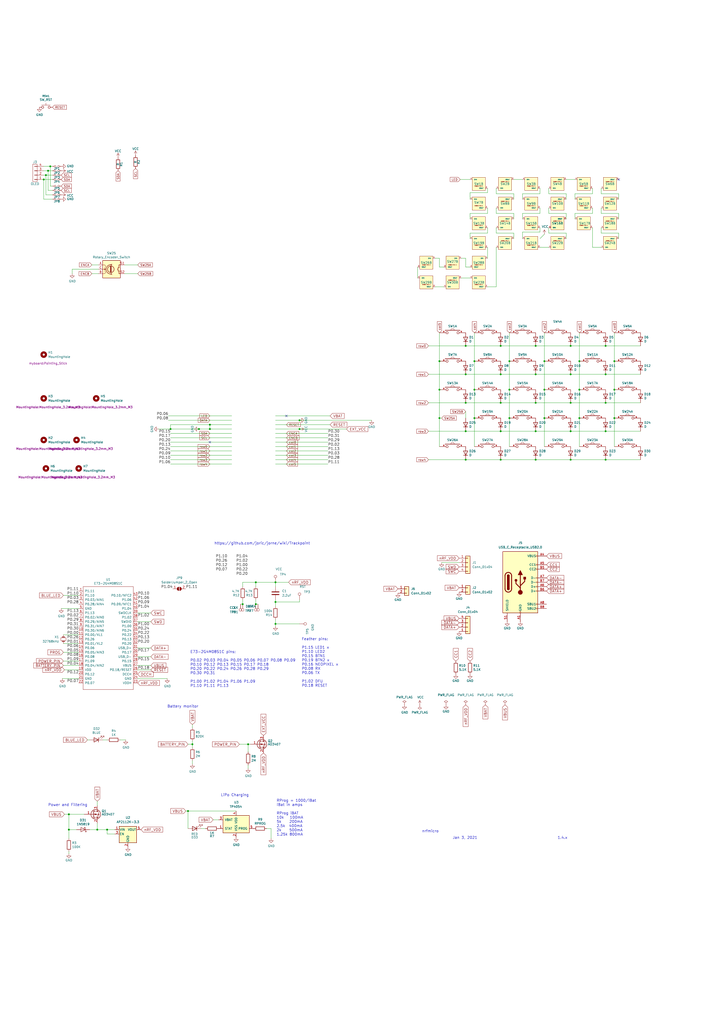
<source format=kicad_sch>
(kicad_sch (version 20231120) (generator "eeschema") (generator_version "8.0")
  (paper "A2" portrait)
  (junction (at 311.15 266.7))
  (junction (at 331.47 266.7))
  (junction (at 270.51 200.66))
  (junction (at 140.97 350.52))
  (junction (at 121.92 248.92))
  (junction (at 29.21 96.52))
  (junction (at 160.02 361.95))
  (junction (at 316.23 242.57))
  (junction (at 26.67 101.6))
  (junction (at 295.91 226.06))
  (junction (at 255.27 226.06))
  (junction (at 336.55 226.06))
  (junction (at 316.23 226.06))
  (junction (at 311.15 217.17))
  (junction (at 316.23 209.55))
  (junction (at 356.87 209.55))
  (junction (at 351.79 233.68))
  (junction (at 173.99 243.84))
  (junction (at 160.02 349.25))
  (junction (at 356.87 226.06))
  (junction (at 270.51 250.19))
  (junction (at 290.83 217.17))
  (junction (at 99.06 248.92))
  (junction (at 255.27 209.55))
  (junction (at 331.47 200.66))
  (junction (at 255.27 242.57))
  (junction (at 311.15 200.66))
  (junction (at 290.83 200.66))
  (junction (at 331.47 233.68))
  (junction (at 160.02 337.82))
  (junction (at 148.59 337.82))
  (junction (at 56.515 481.33))
  (junction (at 331.47 250.19))
  (junction (at 295.91 242.57))
  (junction (at 311.15 250.19))
  (junction (at 290.83 250.19))
  (junction (at 290.83 266.7))
  (junction (at 270.51 217.17))
  (junction (at 351.79 200.66))
  (junction (at 351.79 250.19))
  (junction (at 275.59 242.57))
  (junction (at 275.59 226.06))
  (junction (at 40.005 481.33))
  (junction (at 295.91 209.55))
  (junction (at 351.79 217.17))
  (junction (at 336.55 209.55))
  (junction (at 336.55 242.57))
  (junction (at 270.51 233.68))
  (junction (at 270.51 266.7))
  (junction (at 148.59 350.52))
  (junction (at 40.005 472.44))
  (junction (at 275.59 209.55))
  (junction (at 109.22 470.535))
  (junction (at 311.15 233.68))
  (junction (at 144.145 431.8))
  (junction (at 173.99 248.92))
  (junction (at 121.92 246.38))
  (junction (at 27.94 99.06))
  (junction (at 290.83 233.68))
  (junction (at 115.57 248.92))
  (junction (at 356.87 242.57))
  (junction (at 25.4 104.14))
  (junction (at 111.76 431.8))
  (junction (at 351.79 266.7))
  (junction (at 331.47 217.17))
  (junction (at 62.23 481.33))
  (no_connect (at 166.37 241.3))
  (no_connect (at 121.92 256.54))
  (no_connect (at 359.41 104.14))
  (wire (pts (xy 50.8 429.26) (xy 52.07 429.26)))
  (wire (pts (xy 99.06 246.38) (xy 121.92 246.38)))
  (wire (pts (xy 139.7 350.52) (xy 140.97 350.52)))
  (wire (pts (xy 25.4 96.52) (xy 29.21 96.52)))
  (wire (pts (xy 40.005 494.03) (xy 40.005 495.3)))
  (wire (pts (xy 313.69 123.825) (xy 303.53 123.825)))
  (wire (pts (xy 72.39 153.67) (xy 80.01 153.67)))
  (wire (pts (xy 295.91 209.55) (xy 295.91 226.06)))
  (wire (pts (xy 316.23 193.04) (xy 316.23 209.55)))
  (wire (pts (xy 26.67 101.6) (xy 30.48 101.6)))
  (wire (pts (xy 160.02 349.25) (xy 160.02 347.98)))
  (wire (pts (xy 160.02 246.38) (xy 191.77 246.38)))
  (wire (pts (xy 99.06 248.92) (xy 115.57 248.92)))
  (wire (pts (xy 359.41 135.255) (xy 349.25 135.255)))
  (wire (pts (xy 270.51 250.19) (xy 290.83 250.19)))
  (wire (pts (xy 148.59 337.82) (xy 140.97 337.82)))
  (wire (pts (xy 160.02 337.82) (xy 148.59 337.82)))
  (wire (pts (xy 45.72 388.62) (xy 37.465 388.62)))
  (wire (pts (xy 351.79 233.68) (xy 372.11 233.68)))
  (wire (pts (xy 252.73 166.37) (xy 257.81 166.37)))
  (wire (pts (xy 298.45 135.255) (xy 288.29 135.255)))
  (wire (pts (xy 313.69 120.65) (xy 313.69 123.825)))
  (wire (pts (xy 99.06 264.16) (xy 134.62 264.16)))
  (wire (pts (xy 313.69 132.08) (xy 313.69 134.62)))
  (wire (pts (xy 29.21 107.95) (xy 30.48 107.95)))
  (wire (pts (xy 160.02 243.84) (xy 173.99 243.84)))
  (wire (pts (xy 148.59 337.82) (xy 148.59 340.36)))
  (wire (pts (xy 298.45 112.395) (xy 288.29 112.395)))
  (wire (pts (xy 270.51 238.76) (xy 270.51 242.57)))
  (wire (pts (xy 328.93 127) (xy 328.93 123.825)))
  (wire (pts (xy 328.93 115.57) (xy 328.93 112.395)))
  (wire (pts (xy 270.51 149.86) (xy 267.97 149.86)))
  (wire (pts (xy 359.41 127) (xy 359.41 123.825)))
  (wire (pts (xy 139.065 431.8) (xy 144.145 431.8)))
  (wire (pts (xy 255.27 193.04) (xy 255.27 209.55)))
  (wire (pts (xy 288.29 143.51) (xy 288.29 166.37)))
  (wire (pts (xy 295.91 242.57) (xy 295.91 259.08)))
  (wire (pts (xy 344.17 112.395) (xy 334.01 112.395)))
  (wire (pts (xy 349.25 123.825) (xy 349.25 120.65)))
  (wire (pts (xy 290.83 217.17) (xy 270.51 217.17)))
  (wire (pts (xy 99.06 269.24) (xy 134.62 269.24)))
  (wire (pts (xy 121.92 246.38) (xy 134.62 246.38)))
  (wire (pts (xy 148.59 350.52) (xy 149.86 350.52)))
  (wire (pts (xy 36.83 368.3) (xy 45.72 368.3)))
  (wire (pts (xy 99.06 248.92) (xy 92.075 248.92)))
  (wire (pts (xy 56.515 481.33) (xy 62.23 481.33)))
  (wire (pts (xy 351.79 217.17) (xy 372.11 217.17)))
  (wire (pts (xy 40.005 472.44) (xy 48.895 472.44)))
  (wire (pts (xy 29.21 96.52) (xy 30.48 96.52)))
  (wire (pts (xy 56.515 464.82) (xy 56.515 467.36)))
  (wire (pts (xy 288.29 135.255) (xy 288.29 132.08)))
  (wire (pts (xy 290.83 200.66) (xy 311.15 200.66)))
  (wire (pts (xy 270.51 250.19) (xy 248.92 250.19)))
  (wire (pts (xy 331.47 217.17) (xy 351.79 217.17)))
  (wire (pts (xy 328.93 112.395) (xy 318.77 112.395)))
  (wire (pts (xy 62.23 481.33) (xy 66.675 481.33)))
  (wire (pts (xy 344.17 123.825) (xy 334.01 123.825)))
  (wire (pts (xy 351.79 266.7) (xy 372.11 266.7)))
  (wire (pts (xy 359.41 123.825) (xy 349.25 123.825)))
  (wire (pts (xy 331.47 233.68) (xy 351.79 233.68)))
  (wire (pts (xy 344.17 120.65) (xy 344.17 123.825)))
  (wire (pts (xy 140.97 337.82) (xy 140.97 340.36)))
  (wire (pts (xy 336.55 209.55) (xy 336.55 226.06)))
  (wire (pts (xy 109.22 431.8) (xy 111.76 431.8)))
  (wire (pts (xy 318.77 112.395) (xy 318.77 109.22)))
  (wire (pts (xy 255.27 242.57) (xy 256.54 242.57)))
  (wire (pts (xy 190.5 251.46) (xy 160.02 251.46)))
  (wire (pts (xy 273.05 135.255) (xy 273.05 138.43)))
  (wire (pts (xy 36.83 383.54) (xy 45.72 383.54)))
  (wire (pts (xy 45.72 386.08) (xy 36.83 386.08)))
  (wire (pts (xy 328.93 123.825) (xy 318.77 123.825)))
  (wire (pts (xy 267.335 104.14) (xy 273.05 104.14)))
  (wire (pts (xy 270.51 200.66) (xy 248.92 200.66)))
  (wire (pts (xy 242.57 154.94) (xy 242.57 161.29)))
  (wire (pts (xy 255.27 209.55) (xy 255.27 226.06)))
  (wire (pts (xy 87.63 360.68) (xy 80.01 360.68)))
  (wire (pts (xy 328.93 135.255) (xy 318.77 135.255)))
  (wire (pts (xy 255.27 226.06) (xy 255.27 242.57)))
  (wire (pts (xy 283.21 120.65) (xy 283.21 123.825)))
  (wire (pts (xy 318.77 135.255) (xy 318.77 132.08)))
  (wire (pts (xy 45.72 393.7) (xy 36.195 393.7)))
  (wire (pts (xy 316.23 242.57) (xy 316.23 259.08)))
  (wire (pts (xy 303.53 134.62) (xy 303.53 138.43)))
  (wire (pts (xy 288.29 123.825) (xy 288.29 120.65)))
  (wire (pts (xy 66.675 483.87) (xy 62.23 483.87)))
  (wire (pts (xy 351.79 200.66) (xy 331.47 200.66)))
  (wire (pts (xy 255.27 149.86) (xy 252.73 149.86)))
  (wire (pts (xy 275.59 193.04) (xy 275.59 209.55)))
  (wire (pts (xy 316.23 209.55) (xy 316.23 226.06)))
  (wire (pts (xy 109.22 470.535) (xy 137.16 470.535)))
  (wire (pts (xy 160.02 248.92) (xy 173.99 248.92)))
  (wire (pts (xy 40.005 481.33) (xy 44.45 481.33)))
  (wire (pts (xy 298.45 123.825) (xy 288.29 123.825)))
  (wire (pts (xy 123.825 475.615) (xy 127 475.615)))
  (wire (pts (xy 298.45 138.43) (xy 298.45 135.255)))
  (wire (pts (xy 26.67 113.03) (xy 30.48 113.03)))
  (wire (pts (xy 99.06 259.08) (xy 134.62 259.08)))
  (wire (pts (xy 121.92 246.38) (xy 121.92 248.92)))
  (wire (pts (xy 351.79 250.19) (xy 372.11 250.19)))
  (wire (pts (xy 349.25 112.395) (xy 349.25 109.22)))
  (wire (pts (xy 273.05 154.94) (xy 270.51 154.94)))
  (wire (pts (xy 173.99 243.84) (xy 215.9 243.84)))
  (wire (pts (xy 356.87 226.06) (xy 356.87 209.55)))
  (wire (pts (xy 190.5 259.08) (xy 160.02 259.08)))
  (wire (pts (xy 121.92 248.92) (xy 134.62 248.92)))
  (wire (pts (xy 25.4 104.14) (xy 25.4 115.57)))
  (wire (pts (xy 356.87 226.06) (xy 356.87 242.57)))
  (wire (pts (xy 190.5 254) (xy 160.02 254)))
  (wire (pts (xy 283.21 166.37) (xy 288.29 166.37)))
  (wire (pts (xy 344.17 143.51) (xy 349.25 143.51)))
  (wire (pts (xy 270.51 266.7) (xy 290.83 266.7)))
  (wire (pts (xy 359.41 112.395) (xy 349.25 112.395)))
  (wire (pts (xy 109.22 480.695) (xy 109.22 470.535)))
  (wire (pts (xy 273.05 111.76) (xy 273.05 115.57)))
  (wire (pts (xy 56.515 477.52) (xy 56.515 481.33)))
  (wire (pts (xy 45.72 345.44) (xy 36.83 345.44)))
  (wire (pts (xy 290.83 233.68) (xy 311.15 233.68)))
  (wire (pts (xy 157.48 480.695) (xy 157.48 486.41)))
  (wire (pts (xy 99.06 256.54) (xy 134.62 256.54)))
  (wire (pts (xy 311.15 266.7) (xy 331.47 266.7)))
  (wire (pts (xy 336.55 226.06) (xy 336.55 242.57)))
  (wire (pts (xy 27.94 99.06) (xy 30.48 99.06)))
  (wire (pts (xy 40.005 472.44) (xy 40.005 481.33)))
  (wire (pts (xy 295.91 226.06) (xy 295.91 242.57)))
  (wire (pts (xy 283.21 143.51) (xy 283.21 149.86)))
  (wire (pts (xy 190.5 266.7) (xy 160.02 266.7)))
  (wire (pts (xy 107.95 470.535) (xy 109.22 470.535)))
  (wire (pts (xy 173.99 349.25) (xy 160.02 349.25)))
  (wire (pts (xy 87.63 388.62) (xy 80.01 388.62)))
  (wire (pts (xy 53.34 153.67) (xy 57.15 153.67)))
  (wire (pts (xy 256.54 326.39) (xy 266.7 326.39)))
  (wire (pts (xy 283.21 111.76) (xy 273.05 111.76)))
  (wire (pts (xy 255.27 154.94) (xy 255.27 149.86)))
  (wire (pts (xy 336.55 193.04) (xy 336.55 209.55)))
  (wire (pts (xy 316.23 226.06) (xy 316.23 242.57)))
  (wire (pts (xy 87.63 355.6) (xy 80.01 355.6)))
  (wire (pts (xy 303.53 112.395) (xy 303.53 115.57)))
  (wire (pts (xy 311.15 233.68) (xy 331.47 233.68)))
  (wire (pts (xy 298.45 115.57) (xy 298.45 112.395)))
  (wire (pts (xy 283.21 109.22) (xy 283.21 111.76)))
  (wire (pts (xy 97.79 243.84) (xy 134.62 243.84)))
  (wire (pts (xy 298.45 104.14) (xy 303.53 104.14)))
  (wire (pts (xy 173.99 347.98) (xy 173.99 349.25)))
  (wire (pts (xy 111.76 420.37) (xy 111.76 422.275)))
  (wire (pts (xy 344.17 109.22) (xy 344.17 112.395)))
  (wire (pts (xy 328.93 138.43) (xy 328.93 135.255)))
  (wire (pts (xy 25.4 101.6) (xy 26.67 101.6)))
  (wire (pts (xy 27.94 99.06) (xy 27.94 110.49)))
  (wire (pts (xy 173.99 361.95) (xy 160.02 361.95)))
  (wire (pts (xy 87.63 381) (xy 80.01 381)))
  (wire (pts (xy 99.06 246.38) (xy 99.06 248.92)))
  (wire (pts (xy 270.51 217.17) (xy 248.92 217.17)))
  (wire (pts (xy 144.145 443.865) (xy 144.145 445.77)))
  (wire (pts (xy 148.59 350.52) (xy 148.59 347.98)))
  (wire (pts (xy 190.5 261.62) (xy 160.02 261.62)))
  (wire (pts (xy 62.23 483.87) (xy 62.23 481.33)))
  (wire (pts (xy 334.01 123.825) (xy 334.01 127)))
  (wire (pts (xy 116.84 480.695) (xy 119.38 480.695)))
  (wire (pts (xy 359.41 115.57) (xy 359.41 112.395)))
  (wire (pts (xy 35.56 353.06) (xy 45.72 353.06)))
  (wire (pts (xy 26.67 101.6) (xy 26.67 113.03)))
  (wire (pts (xy 111.76 429.895) (xy 111.76 431.8)))
  (wire (pts (xy 173.99 248.92) (xy 201.295 248.92)))
  (wire (pts (xy 57.15 156.21) (xy 41.91 156.21)))
  (wire (pts (xy 40.005 472.44) (xy 37.465 472.44)))
  (wire (pts (xy 154.94 480.695) (xy 157.48 480.695)))
  (wire (pts (xy 275.59 226.06) (xy 275.59 242.57)))
  (wire (pts (xy 318.77 123.825) (xy 318.77 120.65)))
  (wire (pts (xy 99.06 251.46) (xy 134.62 251.46)))
  (wire (pts (xy 144.145 436.245) (xy 144.145 431.8)))
  (wire (pts (xy 270.51 154.94) (xy 270.51 149.86)))
  (wire (pts (xy 273.05 123.825) (xy 273.05 127)))
  (wire (pts (xy 190.5 264.16) (xy 160.02 264.16)))
  (wire (pts (xy 267.97 161.29) (xy 273.05 161.29)))
  (wire (pts (xy 290.83 233.68) (xy 270.51 233.68)))
  (wire (pts (xy 30.48 104.14) (xy 25.4 104.14)))
  (wire (pts (xy 160.02 361.95) (xy 160.02 359.41)))
  (wire (pts (xy 331.47 266.7) (xy 351.79 266.7)))
  (wire (pts (xy 87.63 375.92) (xy 80.01 375.92)))
  (wire (pts (xy 160.02 363.22) (xy 160.02 361.95)))
  (wire (pts (xy 80.01 393.7) (xy 97.155 393.7)))
  (wire (pts (xy 255.27 242.57) (xy 255.27 259.08)))
  (wire (pts (xy 356.87 209.55) (xy 356.87 193.04)))
  (wire (pts (xy 334.01 112.395) (xy 334.01 115.57)))
  (wire (pts (xy 311.15 250.19) (xy 290.83 250.19)))
  (wire (pts (xy 313.69 134.62) (xy 303.53 134.62)))
  (wire (pts (xy 313.69 112.395) (xy 303.53 112.395)))
  (wire (pts (xy 99.06 266.7) (xy 134.62 266.7)))
  (wire (pts (xy 311.15 200.66) (xy 331.47 200.66)))
  (wire (pts (xy 356.87 242.57) (xy 356.87 259.08)))
  (wire (pts (xy 349.25 135.255) (xy 349.25 132.08)))
  (wire (pts (xy 87.63 386.08) (xy 80.01 386.08)))
  (wire (pts (xy 275.59 209.55) (xy 275.59 226.06)))
  (wire (pts (xy 144.145 431.8) (xy 145.415 431.8)))
  (wire (pts (xy 99.06 261.62) (xy 134.62 261.62)))
  (wire (pts (xy 36.83 373.38) (xy 45.72 373.38)))
  (wire (pts (xy 303.53 123.825) (xy 303.53 127)))
  (wire (pts (xy 160.02 241.3) (xy 191.77 241.3)))
  (wire (pts (xy 111.76 441.325) (xy 111.76 443.23)))
  (wire (pts (xy 359.41 138.43) (xy 359.41 135.255)))
  (wire (pts (xy 52.07 481.33) (xy 56.515 481.33)))
  (wire (pts (xy 295.91 193.04) (xy 295.91 209.55)))
  (wire (pts (xy 69.85 429.26) (xy 73.025 429.26)))
  (wire (pts (xy 160.02 349.25) (xy 160.02 351.79)))
  (wire (pts (xy 311.15 217.17) (xy 331.47 217.17)))
  (wire (pts (xy 313.69 143.51) (xy 318.77 143.51)))
  (wire (pts (xy 290.83 200.66) (xy 270.51 200.66)))
  (wire (pts (xy 313.69 109.22) (xy 313.69 112.395)))
  (wire (pts (xy 160.02 337.82) (xy 160.02 340.36)))
  (wire (pts (xy 140.97 350.52) (xy 140.97 347.98)))
  (wire (pts (xy 311.15 250.19) (xy 331.47 250.19)))
  (wire (pts (xy 25.4 99.06) (xy 27.94 99.06)))
  (wire (pts (xy 290.83 266.7) (xy 311.15 266.7)))
  (wire (pts (xy 40.005 481.33) (xy 40.005 486.41)))
  (wire (pts (xy 328.93 104.14) (xy 334.01 104.14)))
  (wire (pts (xy 36.83 378.46) (xy 45.72 378.46)))
  (wire (pts (xy 72.39 158.75) (xy 80.01 158.75)))
  (wire (pts (xy 283.21 132.08) (xy 283.21 135.255)))
  (wire (pts (xy 275.59 242.57) (xy 275.59 259.08)))
  (wire (pts (xy 53.34 158.75) (xy 57.15 158.75)))
  (wire (pts (xy 99.06 254) (xy 134.62 254)))
  (wire (pts (xy 351.79 200.66) (xy 372.11 200.66)))
  (wire (pts (xy 288.29 112.395) (xy 288.29 109.22)))
  (wire (pts (xy 25.4 115.57) (xy 30.48 115.57)))
  (wire (pts (xy 27.94 110.49) (xy 30.48 110.49)))
  (wire (pts (xy 316.23 135.89) (xy 313.69 138.43)))
  (wire (pts (xy 97.79 241.3) (xy 134.62 241.3)))
  (wire (pts (xy 190.5 269.24) (xy 160.02 269.24)))
  (wire (pts (xy 331.47 250.19) (xy 351.79 250.19)))
  (wire (pts (xy 29.21 96.52) (xy 29.21 107.95)))
  (wire (pts (xy 298.45 127) (xy 298.45 123.825)))
  (wire (pts (xy 336.55 242.57) (xy 336.55 259.08)))
  (wire (pts (xy 257.81 154.94) (xy 255.27 154.94)))
  (wire (pts (xy 290.83 217.17) (xy 311.15 217.17)))
  (wire (pts (xy 248.92 266.7) (xy 270.51 266.7)))
  (wire (pts (xy 59.69 429.26) (xy 62.23 429.26)))
  (wire (pts (xy 283.21 135.255) (xy 273.05 135.255)))
  (wire (pts (xy 270.51 233.68) (xy 248.92 233.68)))
  (wire (pts (xy 111.76 431.8) (xy 111.76 433.705)))
  (wire (pts (xy 41.91 156.21) (xy 41.91 158.75)))
  (wire (pts (xy 121.92 248.92) (xy 115.57 248.92)))
  (wire (pts (xy 344.17 132.08) (xy 344.17 143.51)))
  (wire (pts (xy 283.21 123.825) (xy 273.05 123.825)))
  (wire (pts (xy 167.64 337.82) (xy 160.02 337.82)))
  (wire (pts (xy 190.5 256.54) (xy 160.02 256.54)))
  (text "1.4.x" (at 323.85 487.045 0) (effects (font (size 1.524 1.524)) (justify left bottom)))
  (text "LiPo Charging\n" (at 128.27 462.28 0) (effects (font (size 1.524 1.524)) (justify left bottom)))
  (text "Power and Filtering" (at 27.94 467.995 0) (effects (font (size 1.524 1.524)) (justify left bottom)))
  (text "Feather pins:\n\nP1.15 LED1 x\nP1.10 LED2\nP0.15 BTN1\nP0.19 BTN2 x\nP0.16 NEOPIXEL x\nP0.08 RX\nP0.06 TX\n\nP1.02 DFU\nP0.18 RESET\n" (at 175.26 398.78 0) (effects (font (size 1.524 1.524)) (justify left bottom)))
  (text "RProg = 1000/iBat\niBat in amps\n\nRProg iBAT\n10k   100mA\n5k    200mA\n2.5k  400mA\n2k    500mA\n1.25k 800mA" (at 160.655 485.14 0) (effects (font (size 1.524 1.524)) (justify left bottom)))
  (text "https://github.com/joric/jorne/wiki/Trackpoint" (at 124.46 316.23 0) (effects (font (size 1.524 1.524)) (justify left bottom)))
  (text "Battery monitor" (at 97.155 410.845 0) (effects (font (size 1.524 1.524)) (justify left bottom)))
  (text "nrfmicro" (at 245.11 483.235 0) (effects (font (size 1.524 1.524)) (justify left bottom)))
  (text "E73-2G4M08S1C pins:\n\nP0.02 P0.03 P0.04 P0.05 P0.06 P0.07 P0.08 P0.09\nP0.10 P0.12 P0.13 P0.15 P0.17 P0.18\nP0.20 P0.22 P0.24 P0.26 P0.28 P0.29\nP0.30 P0.31\n\nP1.00 P1.02 P1.04 P1.06 P1.09\nP1.10 P1.11 P1.13\n\n" (at 110.49 401.32 0) (effects (font (size 1.524 1.524)) (justify left bottom)))
  (text "Jan 3, 2021" (at 262.89 487.045 0) (effects (font (size 1.524 1.524)) (justify left bottom)))
  (label "P0.28" (at 45.72 350.52 180) (effects (font (size 1.524 1.524))))
  (label "P0.13" (at 80.01 370.84 0) (effects (font (size 1.524 1.524))))
  (label "P0.05" (at 45.72 378.46 180) (effects (font (size 1.524 1.524))))
  (label "P1.11" (at 190.5 269.24 0) (effects (font (size 1.524 1.524))))
  (label "P0.04" (at 45.72 386.08 180) (effects (font (size 1.524 1.524))))
  (label "P0.00" (at 45.72 368.3 180) (effects (font (size 1.524 1.524))))
  (label "P0.30" (at 45.72 365.76 180) (effects (font (size 1.524 1.524))))
  (label "P0.06" (at 45.72 375.92 180) (effects (font (size 1.524 1.524))))
  (label "P0.15" (at 80.01 383.54 0) (effects (font (size 1.524 1.524))))
  (label "P0.02" (at 45.72 358.14 180) (effects (font (size 1.524 1.524))))
  (label "P1.04" (at 100.33 341.63 180) (effects (font (size 1.524 1.524))))
  (label "P1.04" (at 137.16 323.85 0) (effects (font (size 1.524 1.524))))
  (label "P0.06" (at 97.79 241.3 180) (effects (font (size 1.524 1.524))))
  (label "P1.09" (at 45.72 383.54 180) (effects (font (size 1.524 1.524))))
  (label "P1.13" (at 190.5 261.62 0) (effects (font (size 1.524 1.524))))
  (label "P0.03" (at 45.72 347.98 180) (effects (font (size 1.524 1.524))))
  (label "P0.17" (at 99.06 254 180) (effects (font (size 1.524 1.524))))
  (label "P0.01" (at 45.72 373.38 180) (effects (font (size 1.524 1.524))))
  (label "P0.07" (at 132.08 331.47 180) (effects (font (size 1.524 1.524))))
  (label "P0.15" (at 99.06 251.46 180) (effects (font (size 1.524 1.524))))
  (label "P0.24" (at 99.06 261.62 180) (effects (font (size 1.524 1.524))))
  (label "P0.29" (at 45.72 360.68 180) (effects (font (size 1.524 1.524))))
  (label "P1.00" (at 137.16 328.93 0) (effects (font (size 1.524 1.524))))
  (label "P0.22" (at 80.01 368.3 0) (effects (font (size 1.524 1.524))))
  (label "P0.09" (at 99.06 264.16 180) (effects (font (size 1.524 1.524))))
  (label "P0.09" (at 80.01 350.52 0) (effects (font (size 1.524 1.524))))
  (label "P0.12" (at 45.72 391.16 180) (effects (font (size 1.524 1.524))))
  (label "P1.02" (at 137.16 326.39 0) (effects (font (size 1.524 1.524))))
  (label "P0.20" (at 80.01 373.38 0) (effects (font (size 1.524 1.524))))
  (label "P1.10" (at 132.08 323.85 180) (effects (font (size 1.524 1.524))))
  (label "P0.26" (at 132.08 326.39 180) (effects (font (size 1.524 1.524))))
  (label "P0.13" (at 99.06 259.08 180) (effects (font (size 1.524 1.524))))
  (label "P1.11" (at 107.95 341.63 0) (effects (font (size 1.524 1.524))))
  (label "P1.04" (at 80.01 353.06 0) (effects (font (size 1.524 1.524))))
  (label "P0.17" (at 80.01 378.46 0) (effects (font (size 1.524 1.524))))
  (label "P1.02" (at 80.01 358.14 0) (effects (font (size 1.524 1.524))))
  (label "P0.10" (at 80.01 345.44 0) (effects (font (size 1.524 1.524))))
  (label "P0.24" (at 80.01 365.76 0) (effects (font (size 1.524 1.524))))
  (label "P1.06" (at 80.01 347.98 0) (effects (font (size 1.524 1.524))))
  (label "P0.31" (at 190.5 254 0) (effects (font (size 1.524 1.524))))
  (label "P0.07" (at 45.72 396.24 180) (effects (font (size 1.524 1.524))))
  (label "P1.10" (at 45.72 345.44 180) (effects (font (size 1.524 1.524))))
  (label "P0.02" (at 190.5 259.08 0) (effects (font (size 1.524 1.524))))
  (label "P0.08" (at 97.79 243.84 180) (effects (font (size 1.524 1.524))))
  (label "P1.13" (at 45.72 355.6 180) (effects (font (size 1.524 1.524))))
  (label "P0.30" (at 190.5 251.46 0) (effects (font (size 1.524 1.524))))
  (label "P0.29" (at 190.5 256.54 0) (effects (font (size 1.524 1.524))))
  (label "P1.00" (at 80.01 363.22 0) (effects (font (size 1.524 1.524))))
  (label "P0.26" (at 45.72 370.84 180) (effects (font (size 1.524 1.524))))
  (label "P0.08" (at 45.72 381 180) (effects (font (size 1.524 1.524))))
  (label "P0.28" (at 190.5 266.7 0) (effects (font (size 1.524 1.524))))
  (label "P0.03" (at 190.5 264.16 0) (effects (font (size 1.524 1.524))))
  (label "P0.10" (at 99.06 266.7 180) (effects (font (size 1.524 1.524))))
  (label "P0.12" (at 132.08 328.93 180) (effects (font (size 1.524 1.524))))
  (label "P0.31" (at 45.72 363.22 180) (effects (font (size 1.524 1.524))))
  (label "P0.20" (at 99.06 256.54 180) (effects (font (size 1.524 1.524))))
  (label "P0.18" (at 80.01 388.62 0) (effects (font (size 1.524 1.524))))
  (label "P1.06" (at 99.06 269.24 180) (effects (font (size 1.524 1.524))))
  (label "P0.22" (at 137.16 331.47 0) (effects (font (size 1.524 1.524))))
  (label "P0.20" (at 137.16 334.01 0) (effects (font (size 1.524 1.524))))
  (label "P1.11" (at 45.72 342.9 180) (effects (font (size 1.524 1.524))))
  (global_label "SDA" (shape input) (at 121.92 251.46 180) (property "Intersheetrefs" "${INTERSHEET_REFS}" (effects (hide yes))) (property "插入图纸页参考" "${INTERSHEET_REFS}" (effects (hide yes))))
  (global_label "VBUS" (shape input) (at 293.37 408.94 270) (effects (font (size 1.524 1.524))) (property "Intersheetrefs" "${INTERSHEET_REFS}" (effects (hide yes))))
  (global_label "row1" (shape input) (at 121.92 261.62 180) (property "Intersheetrefs" "${INTERSHEET_REFS}" (effects (hide yes))) (property "插入图纸页参考" "${INTERSHEET_REFS}" (effects (hide yes))))
  (global_label "VBAT" (shape input) (at 123.825 475.615 180) (effects (font (size 1.524 1.524))) (property "Intersheetrefs" "${INTERSHEET_REFS}" (effects (hide yes))))
  (global_label "VBUS" (shape input) (at 266.7 358.775 180) (effects (font (size 1.524 1.524))) (property "Intersheetrefs" "${INTERSHEET_REFS}" (effects (hide yes))))
  (global_label "PROG" (shape input) (at 36.83 378.46 180) (effects (font (size 1.524 1.524))) (property "Intersheetrefs" "${INTERSHEET_REFS}" (effects (hide yes))))
  (global_label "VBAT" (shape input) (at 231.14 341.63 180) (effects (font (size 1.524 1.524))) (property "Intersheetrefs" "${INTERSHEET_REFS}" (effects (hide yes))))
  (global_label "row0" (shape input) (at 121.92 259.08 180) (property "Intersheetrefs" "${INTERSHEET_REFS}" (effects (hide yes))) (property "插入图纸页参考" "${INTERSHEET_REFS}" (effects (hide yes))))
  (global_label "SCL" (shape input) (at 121.92 254 180) (property "Intersheetrefs" "${INTERSHEET_REFS}" (effects (hide yes))) (property "插入图纸页参考" "${INTERSHEET_REFS}" (effects (hide yes))))
  (global_label "nRF_VDD" (shape input) (at 270.51 408.94 270) (effects (font (size 1.524 1.524))) (property "Intersheetrefs" "${INTERSHEET_REFS}" (effects (hide yes))))
  (global_label "col5" (shape input) (at 166.37 269.24 0) (property "Intersheetrefs" "${INTERSHEET_REFS}" (effects (hide yes))) (property "插入图纸页参考" "${INTERSHEET_REFS}" (effects (hide yes))))
  (global_label "row3" (shape input) (at 121.92 266.7 180) (property "Intersheetrefs" "${INTERSHEET_REFS}" (effects (hide yes))) (property "插入图纸页参考" "${INTERSHEET_REFS}" (effects (hide yes))))
  (global_label "SCL" (shape input) (at 78.74 97.79 270) (property "Intersheetrefs" "${INTERSHEET_REFS}" (effects (hide yes))) (property "插入图纸页参考" "${INTERSHEET_REFS}" (effects (hide yes))))
  (global_label "row4" (shape input) (at 121.92 269.24 180) (property "Intersheetrefs" "${INTERSHEET_REFS}" (effects (hide yes))) (property "插入图纸页参考" "${INTERSHEET_REFS}" (effects (hide yes))))
  (global_label "DATA" (shape input) (at 121.92 243.84 180) (property "Intersheetrefs" "${INTERSHEET_REFS}" (effects (hide yes))) (property "插入图纸页参考" "${INTERSHEET_REFS}" (effects (hide yes))))
  (global_label "col1" (shape input) (at 166.37 259.08 0) (property "Intersheetrefs" "${INTERSHEET_REFS}" (effects (hide yes))) (property "插入图纸页参考" "${INTERSHEET_REFS}" (effects (hide yes))))
  (global_label "row1" (shape input) (at 248.92 217.17 180) (property "Intersheetrefs" "${INTERSHEET_REFS}" (effects (hide yes))) (property "插入图纸页参考" "${INTERSHEET_REFS}" (effects (hide yes))))
  (global_label "col1" (shape input) (at 336.55 193.04 90) (property "Intersheetrefs" "${INTERSHEET_REFS}" (effects (hide yes))) (property "插入图纸页参考" "${INTERSHEET_REFS}" (effects (hide yes))))
  (global_label "SWC" (shape input) (at 87.63 355.6 0) (effects (font (size 1.524 1.524))) (property "Intersheetrefs" "${INTERSHEET_REFS}" (effects (hide yes))))
  (global_label "nRF_VDD" (shape input) (at 266.7 323.85 180) (effects (font (size 1.524 1.524))) (property "Intersheetrefs" "${INTERSHEET_REFS}" (effects (hide yes))))
  (global_label "DATA-" (shape input) (at 266.7 361.315 180) (effects (font (size 1.524 1.524))) (property "Intersheetrefs" "${INTERSHEET_REFS}" (effects (hide yes))))
  (global_label "VBAT" (shape input) (at 56.515 464.82 90) (effects (font (size 1.524 1.524))) (property "Intersheetrefs" "${INTERSHEET_REFS}" (effects (hide yes))))
  (global_label "ENCA" (shape input) (at 53.34 153.67 180) (property "Intersheetrefs" "${INTERSHEET_REFS}" (effects (hide yes))) (property "插入图纸页参考" "${INTERSHEET_REFS}" (effects (hide yes))))
  (global_label "nRF_VDD" (shape input) (at 167.64 337.82 0) (effects (font (size 1.524 1.524))) (property "Intersheetrefs" "${INTERSHEET_REFS}" (effects (hide yes))))
  (global_label "SWD" (shape input) (at 266.7 328.93 180) (effects (font (size 1.524 1.524))) (property "Intersheetrefs" "${INTERSHEET_REFS}" (effects (hide yes))))
  (global_label "VBAT" (shape input) (at 266.7 340.995 180) (effects (font (size 1.524 1.524))) (property "Intersheetrefs" "${INTERSHEET_REFS}" (effects (hide yes))))
  (global_label "col5" (shape input) (at 255.27 193.04 90) (property "Intersheetrefs" "${INTERSHEET_REFS}" (effects (hide yes))) (property "插入图纸页参考" "${INTERSHEET_REFS}" (effects (hide yes))))
  (global_label "DATA-" (shape input) (at 87.63 381 0) (effects (font (size 1.524 1.524))) (property "Intersheetrefs" "${INTERSHEET_REFS}" (effects (hide yes))))
  (global_label "row2" (shape input) (at 248.92 233.68 180) (property "Intersheetrefs" "${INTERSHEET_REFS}" (effects (hide yes))) (property "插入图纸页参考" "${INTERSHEET_REFS}" (effects (hide yes))))
  (global_label "CC1" (shape input) (at 264.795 383.54 90) (effects (font (size 1.524 1.524))) (property "Intersheetrefs" "${INTERSHEET_REFS}" (effects (hide yes))))
  (global_label "VBUS" (shape input) (at 107.95 470.535 180) (effects (font (size 1.524 1.524))) (property "Intersheetrefs" "${INTERSHEET_REFS}" (effects (hide yes))))
  (global_label "DATA+" (shape input) (at 317.5 342.9 0) (effects (font (size 1.524 1.524))) (property "Intersheetrefs" "${INTERSHEET_REFS}" (effects (hide yes))))
  (global_label "LED" (shape input) (at 267.335 104.14 180) (property "Intersheetrefs" "${INTERSHEET_REFS}" (effects (hide yes))) (property "插入图纸页参考" "${INTERSHEET_REFS}" (effects (hide yes))))
  (global_label "VBUS" (shape input) (at 37.465 472.44 180) (effects (font (size 1.524 1.524))) (property "Intersheetrefs" "${INTERSHEET_REFS}" (effects (hide yes))))
  (global_label "nRF_VDD" (shape input) (at 153.035 436.88 270) (effects (font (size 1.524 1.524))) (property "Intersheetrefs" "${INTERSHEET_REFS}" (effects (hide yes))))
  (global_label "col4" (shape input) (at 166.37 266.7 0) (property "Intersheetrefs" "${INTERSHEET_REFS}" (effects (hide yes))) (property "插入图纸页参考" "${INTERSHEET_REFS}" (effects (hide yes))))
  (global_label "SW25B" (shape input) (at 80.01 158.75 0) (property "Intersheetrefs" "${INTERSHEET_REFS}" (effects (hide yes))) (property "插入图纸页参考" "${INTERSHEET_REFS}" (effects (hide yes))))
  (global_label "BATTERY_PIN" (shape input) (at 36.83 386.08 180) (effects (font (size 1.524 1.524))) (property "Intersheetrefs" "${INTERSHEET_REFS}" (effects (hide yes))))
  (global_label "EXT_VCC" (shape input) (at 153.035 426.72 90) (effects (font (size 1.524 1.524))) (property "Intersheetrefs" "${INTERSHEET_REFS}" (effects (hide yes))))
  (global_label "SWD" (shape input) (at 87.63 360.68 0) (effects (font (size 1.524 1.524))) (property "Intersheetrefs" "${INTERSHEET_REFS}" (effects (hide yes))))
  (global_label "RESET" (shape input) (at 87.63 388.62 0) (effects (font (size 1.524 1.524))) (property "Intersheetrefs" "${INTERSHEET_REFS}" (effects (hide yes))))
  (global_label "col4" (shape input) (at 275.59 193.04 90) (property "Intersheetrefs" "${INTERSHEET_REFS}" (effects (hide yes))) (property "插入图纸页参考" "${INTERSHEET_REFS}" (effects (hide yes))))
  (global_label "VBAT" (shape input) (at 281.94 408.94 270) (effects (font (size 1.524 1.524))) (property "Intersheetrefs" "${INTERSHEET_REFS}" (effects (hide yes))))
  (global_label "SDA" (shape input) (at 68.58 99.06 270) (property "Intersheetrefs" "${INTERSHEET_REFS}" (effects (hide yes))) (property "插入图纸页参考" "${INTERSHEET_REFS}" (effects (hide yes))))
  (global_label "col3" (shape input) (at 166.37 264.16 0) (property "Intersheetrefs" "${INTERSHEET_REFS}" (effects (hide yes))) (property "插入图纸页参考" "${INTERSHEET_REFS}" (effects (hide yes))))
  (global_label "SCL" (shape input) (at 35.56 101.6 0) (property "Intersheetrefs" "${INTERSHEET_REFS}" (effects (hide yes))) (property "插入图纸页参考" "${INTERSHEET_REFS}" (effects (hide yes))))
  (global_label "ENCB" (shape input) (at 166.37 254 0) (property "Intersheetrefs" "${INTERSHEET_REFS}" (effects (hide yes))) (property "插入图纸页参考" "${INTERSHEET_REFS}" (effects (hide yes))))
  (global_label "LED" (shape input) (at 121.92 241.3 180) (property "Intersheetrefs" "${INTERSHEET_REFS}" (effects (hide yes))) (property "插入图纸页参考" "${INTERSHEET_REFS}" (effects (hide yes))))
  (global_label "RESET" (shape input) (at 191.77 246.38 0) (effects (font (size 1.524 1.524))) (property "Intersheetrefs" "${INTERSHEET_REFS}" (effects (hide yes))))
  (global_label "nRF_VDD" (shape input) (at 81.915 481.33 0) (effects (font (size 1.524 1.524))) (property "Intersheetrefs" "${INTERSHEET_REFS}" (effects (hide yes))))
  (global_label "col3" (shape input) (at 295.91 193.04 90) (property "Intersheetrefs" "${INTERSHEET_REFS}" (effects (hide yes))) (property "插入图纸页参考" "${INTERSHEET_REFS}" (effects (hide yes))))
  (global_label "nRF_VDD" (shape input) (at 37.465 388.62 180) (effects (font (size 1.524 1.524))) (property "Intersheetrefs" "${INTERSHEET_REFS}" (effects (hide yes))))
  (global_label "SW25A" (shape input) (at 256.54 242.57 0) (property "Intersheetrefs" "${INTERSHEET_REFS}" (effects (hide yes))) (property "插入图纸页参考" "${INTERSHEET_REFS}" (effects (hide yes))))
  (global_label "DATA-" (shape input) (at 317.5 337.82 0) (effects (font (size 1.524 1.524))) (property "Intersheetrefs" "${INTERSHEET_REFS}" (effects (hide yes))))
  (global_label "VBUS" (shape input) (at 317.5 322.58 0) (effects (font (size 1.524 1.524))) (property "Intersheetrefs" "${INTERSHEET_REFS}" (effects (hide yes))))
  (global_label "SCL" (shape input) (at 35.56 110.49 0) (property "Intersheetrefs" "${INTERSHEET_REFS}" (effects (hide yes))) (property "插入图纸页参考" "${INTERSHEET_REFS}" (effects (hide yes))))
  (global_label "col2" (shape input) (at 166.37 261.62 0) (property "Intersheetrefs" "${INTERSHEET_REFS}" (effects (hide yes))) (property "插入图纸页参考" "${INTERSHEET_REFS}" (effects (hide yes))))
  (global_label "DATA-" (shape input) (at 317.5 335.28 0) (effects (font (size 1.524 1.524))) (property "Intersheetrefs" "${INTERSHEET_REFS}" (effects (hide yes))))
  (global_label "POWER_PIN" (shape input) (at 36.83 383.54 180) (effects (font (size 1.524 1.524))) (property "Intersheetrefs" "${INTERSHEET_REFS}" (effects (hide yes))))
  (global_label "row0" (shape input) (at 248.92 200.66 180) (property "Intersheetrefs" "${INTERSHEET_REFS}" (effects (hide yes))) (property "插入图纸页参考" "${INTERSHEET_REFS}" (effects (hide yes))))
  (global_label "ENCA" (shape input) (at 166.37 251.46 0) (property "Intersheetrefs" "${INTERSHEET_REFS}" (effects (hide yes))) (property "插入图纸页参考" "${INTERSHEET_REFS}" (effects (hide yes))))
  (global_label "DATA+" (shape input) (at 317.5 340.36 0) (effects (font (size 1.524 1.524))) (property "Intersheetrefs" "${INTERSHEET_REFS}" (effects (hide yes))))
  (global_label "CC2" (shape input) (at 273.05 383.54 90) (effects (font (size 1.524 1.524))) (property "Intersheetrefs" "${INTERSHEET_REFS}" (effects (hide yes))))
  (global_label "VBUS" (shape input) (at 87.63 386.08 0) (effects (font (size 1.524 1.524))) (property "Intersheetrefs" "${INTERSHEET_REFS}" (effects (hide yes))))
  (global_label "VBAT" (shape input) (at 191.77 241.3 0) (effects (font (size 1.524 1.524))) (property "Intersheetrefs" "${INTERSHEET_REFS}" (effects (hide yes))))
  (global_label "RESET" (shape input) (at 30.48 62.23 0) (property "Intersheetrefs" "${INTERSHEET_REFS}" (effects (hide yes))) (property "插入图纸页参考" "${INTERSHEET_REFS}" (effects (hide yes))))
  (global_label "DATA+" (shape input) (at 266.7 363.855 180) (effects (font (size 1.524 1.524))) (property "Intersheetrefs" "${INTERSHEET_REFS}" (effects (hide yes))))
  (global_label "DATA+" (shape input) (at 87.63 375.92 0) (effects (font (size 1.524 1.524))) (property "Intersheetrefs" "${INTERSHEET_REFS}" (effects (hide yes))))
  (global_label "row2" (shape input) (at 121.92 264.16 180) (property "Intersheetrefs" "${INTERSHEET_REFS}" (effects (hide yes))) (property "插入图纸页参考" "${INTERSHEET_REFS}" (effects (hide yes))))
  (global_label "POWER_PIN" (shape input) (at 139.065 431.8 180) (effects (font (size 1.524 1.524))) (property "Intersheetrefs" "${INTERSHEET_REFS}" (effects (hide yes))))
  (global_label "EXT_VCC" (shape input) (at 201.295 248.92 0) (effects (font (size 1.524 1.524))) (property "Intersheetrefs" "${INTERSHEET_REFS}" (effects (hide yes))))
  (global_label "RESET" (shape input) (at 166.37 246.38 0) (property "Intersheetrefs" "${INTERSHEET_REFS}" (effects (hide yes))) (property "插入图纸页参考" "${INTERSHEET_REFS}" (effects (hide yes))))
  (global_label "BATTERY_PIN" (shape input) (at 109.22 431.8 180) (effects (font (size 1.524 1.524))) (property "Intersheetrefs" "${INTERSHEET_REFS}" (effects (hide yes))))
  (global_label "row4" (shape input) (at 248.92 266.7 180) (property "Intersheetrefs" "${INTERSHEET_REFS}" (effects (hide yes))) (property "插入图纸页参考" "${INTERSHEET_REFS}" (effects (hide yes))))
  (global_label "SW25A" (shape input) (at 80.01 153.67 0) (property "Intersheetrefs" "${INTERSHEET_REFS}" (effects (hide yes))) (property "插入图纸页参考" "${INTERSHEET_REFS}" (effects (hide yes))))
  (global_label "BLUE_LED" (shape input) (at 36.83 345.44 180) (effects (font (size 1.524 1.524))) (property "Intersheetrefs" "${INTERSHEET_REFS}" (effects (hide yes))))
  (global_label "col2" (shape input) (at 316.23 193.04 90) (property "Intersheetrefs" "${INTERSHEET_REFS}" (effects (hide yes))) (property "插入图纸页参考" "${INTERSHEET_REFS}" (effects (hide yes))))
  (global_label "row3" (shape input) (at 248.92 250.19 180) (property "Intersheetrefs" "${INTERSHEET_REFS}" (effects (hide yes))) (property "插入图纸页参考" "${INTERSHEET_REFS}" (effects (hide yes))))
  (global_label "CC2" (shape input) (at 317.5 330.2 0) (effects (font (size 1.524 1.524))) (property "Intersheetrefs" "${INTERSHEET_REFS}" (effects (hide yes))))
  (global_label "ENCB" (shape input) (at 53.34 158.75 180) (property "Intersheetrefs" "${INTERSHEET_REFS}" (effects (hide yes))) (property "插入图纸页参考" "${INTERSHEET_REFS}" (effects (hide yes))))
  (global_label "SW25B" (shape input) (at 270.51 238.76 180) (property "Intersheetrefs" "${INTERSHEET_REFS}" (effects (hide yes))) (property "插入图纸页参考" "${INTERSHEET_REFS}" (effects (hide yes))))
  (global_label "nRF_VDD" (shape input) (at 80.01 396.24 0) (effects (font (size 1.524 1.524))) (property "Intersheetrefs" "${INTERSHEET_REFS}" (effects (hide yes))))
  (global_label "VBAT" (shape input) (at 111.76 420.37 90) (effects (font (size 1.524 1.524))) (property "Intersheetrefs" "${INTERSHEET_REFS}" (effects (hide yes))))
  (global_label "col0" (shape input) (at 356.87 193.04 90) (property "Intersheetrefs" "${INTERSHEET_REFS}" (effects (hide yes))) (property "插入图纸页参考" "${INTERSHEET_REFS}" (effects (hide yes))))
  (global_label "BLUE_LED" (shape input) (at 50.8 429.26 180) (effects (font (size 1.524 1.524))) (property "Intersheetrefs" "${INTERSHEET_REFS}" (effects (hide yes))))
  (global_label "SDA" (shape input) (at 35.56 104.14 0) (property "Intersheetrefs" "${INTERSHEET_REFS}" (effects (hide yes))) (property "插入图纸页参考" "${INTERSHEET_REFS}" (effects (hide yes))))
  (global_label "col0" (shape input) (at 166.37 256.54 0) (property "Intersheetrefs" "${INTERSHEET_REFS}" (effects (hide yes))) (property "插入图纸页参考" "${INTERSHEET_REFS}" (effects (hide yes))))
  (global_label "DCCH" (shape input) (at 80.01 391.16 0) (effects (font (size 1.524 1.524))) (property "Intersheetrefs" "${INTERSHEET_REFS}" (effects (hide yes))))
  (global_label "SDA" (shape input) (at 35.56 107.95 0) (property "Intersheetrefs" "${INTERSHEET_REFS}" (effects (hide yes))) (property "插入图纸页参考" "${INTERSHEET_REFS}" (effects (hide yes))))
  (global_label "SWC" (shape input) (at 266.7 331.47 180) (effects (font (size 1.524 1.524))) (property "Intersheetrefs" "${INTERSHEET_REFS}" (effects (hide yes))))
  (global_label "CC1" (shape input) (at 317.5 327.66 0) (effects (font (size 1.524 1.524))) (property "Intersheetrefs" "${INTERSHEET_REFS}" (effects (hide yes))))
  (symbol (lib_id "Tiboard:SW_PUSH_LED") (at 262.89 259.08 0) (unit 1)
    (property "Reference" "SW26" (at 262.89 255.27 0))
    (property "Value" "SW_PUSH_LED" (effects (hide yes)))
    (property "Footprint" "myboard:Choc_Hotswap_SK6812MiniE_trace" (effects (hide yes)))
  )
  (symbol (lib_id "Tiboard:SW_PUSH_LED") (at 262.89 193.04 0) (unit 1)
    (property "Reference" "SW1" (at 262.89 189.23 0))
    (property "Value" "SW_PUSH_LED" (effects (hide yes)))
    (property "Footprint" "myboard:Choc_Hotswap_SK6812MiniE_trace" (effects (hide yes)))
  )
  (symbol (lib_id "Device:D") (at 270.51 196.85 90) (unit 1)
    (property "Reference" "D1" (at 272.5166 195.6816 90) (effects (justify right)))
    (property "Value" "D" (at 272.5166 197.993 90) (effects (justify right)))
    (property "Footprint" "myboard:crkbd-diode-wz-via" (effects (hide yes)))
  )
  (symbol (lib_id "Tiboard:SW_PUSH_LED") (at 283.21 193.04 0) (unit 1)
    (property "Reference" "SW2" (at 283.21 189.23 0))
    (property "Value" "SW_PUSH_LED" (effects (hide yes)))
    (property "Footprint" "myboard:Choc_Hotswap_SK6812MiniE_trace" (effects (hide yes)))
  )
  (symbol (lib_id "Device:D") (at 290.83 196.85 90) (unit 1)
    (property "Reference" "D2" (at 292.8366 195.6816 90) (effects (justify right)))
    (property "Value" "D" (at 292.8366 197.993 90) (effects (justify right)))
    (property "Footprint" "myboard:crkbd-diode-wz-via" (effects (hide yes)))
  )
  (symbol (lib_id "Tiboard:SW_PUSH_LED") (at 303.53 193.04 0) (unit 1)
    (property "Reference" "SW3" (at 303.53 189.23 0))
    (property "Value" "SW_PUSH_LED" (effects (hide yes)))
    (property "Footprint" "myboard:Choc_Hotswap_SK6812MiniE_trace" (effects (hide yes)))
  )
  (symbol (lib_id "Device:D") (at 311.15 196.85 90) (unit 1)
    (property "Reference" "D3" (at 313.1566 195.6816 90) (effects (justify right)))
    (property "Value" "D" (at 313.1566 197.993 90) (effects (justify right)))
    (property "Footprint" "myboard:crkbd-diode-wz-via" (effects (hide yes)))
  )
  (symbol (lib_id "Tiboard:SW_PUSH_LED") (at 323.85 193.04 0) (unit 1)
    (property "Reference" "SW4" (at 323.85 186.563 0))
    (property "Value" "SW_PUSH_LED" (effects (hide yes)))
    (property "Footprint" "myboard:Choc_Hotswap_SK6812MiniE_trace" (effects (hide yes)))
  )
  (symbol (lib_id "Device:D") (at 331.47 196.85 90) (unit 1)
    (property "Reference" "D4" (at 333.4766 195.6816 90) (effects (justify right)))
    (property "Value" "D" (at 333.4766 197.993 90) (effects (justify right)))
    (property "Footprint" "myboard:crkbd-diode-wz-via" (effects (hide yes)))
  )
  (symbol (lib_id "Tiboard:SW_PUSH_LED") (at 344.17 193.04 0) (unit 1)
    (property "Reference" "SW5" (at 344.17 189.23 0))
    (property "Value" "SW_PUSH_LED" (effects (hide yes)))
    (property "Footprint" "myboard:Choc_Hotswap_SK6812MiniE_trace" (effects (hide yes)))
  )
  (symbol (lib_id "Device:D") (at 351.79 196.85 90) (unit 1)
    (property "Reference" "D5" (at 353.7966 195.6816 90) (effects (justify right)))
    (property "Value" "D" (at 353.7966 197.993 90) (effects (justify right)))
    (property "Footprint" "myboard:crkbd-diode-wz-via" (effects (hide yes)))
  )
  (symbol (lib_id "Tiboard:SW_PUSH_LED") (at 364.49 193.04 0) (unit 1)
    (property "Reference" "SW6" (at 364.49 189.23 0))
    (property "Value" "SW_PUSH_LED" (effects (hide yes)))
    (property "Footprint" "myboard:Choc_Hotswap_SK6812MiniE_trace" (effects (hide yes)))
  )
  (symbol (lib_id "Device:D") (at 372.11 196.85 90) (unit 1)
    (property "Reference" "D6" (at 374.1166 195.6816 90) (effects (justify right)))
    (property "Value" "D" (at 374.1166 197.993 90) (effects (justify right)))
    (property "Footprint" "myboard:crkbd-diode-wz-via" (effects (hide yes)))
  )
  (symbol (lib_id "Tiboard:SW_PUSH_LED") (at 283.21 209.55 0) (unit 1)
    (property "Reference" "SW8" (at 283.21 205.74 0))
    (property "Value" "SW_PUSH_LED" (effects (hide yes)))
    (property "Footprint" "myboard:Choc_Hotswap_SK6812MiniE_trace" (effects (hide yes)))
  )
  (symbol (lib_id "Tiboard:SW_PUSH_LED") (at 303.53 209.55 0) (unit 1)
    (property "Reference" "SW9" (at 303.53 205.74 0))
    (property "Value" "SW_PUSH_LED" (effects (hide yes)))
    (property "Footprint" "myboard:Choc_Hotswap_SK6812MiniE_trace" (effects (hide yes)))
  )
  (symbol (lib_id "Tiboard:SW_PUSH_LED") (at 323.85 209.55 0) (unit 1)
    (property "Reference" "SW10" (at 323.85 205.74 0))
    (property "Value" "SW_PUSH_LED" (effects (hide yes)))
    (property "Footprint" "myboard:Choc_Hotswap_SK6812MiniE_trace" (effects (hide yes)))
  )
  (symbol (lib_id "Tiboard:SW_PUSH_LED") (at 344.17 209.55 0) (unit 1)
    (property "Reference" "SW11" (at 344.17 205.74 0))
    (property "Value" "SW_PUSH_LED" (effects (hide yes)))
    (property "Footprint" "myboard:Choc_Hotswap_SK6812MiniE_trace" (effects (hide yes)))
  )
  (symbol (lib_id "Tiboard:SW_PUSH_LED") (at 364.49 209.55 0) (unit 1)
    (property "Reference" "SW12" (at 364.49 205.74 0))
    (property "Value" "SW_PUSH_LED" (effects (hide yes)))
    (property "Footprint" "myboard:Choc_Hotswap_SK6812MiniE_trace" (effects (hide yes)))
  )
  (symbol (lib_id "Tiboard:SW_PUSH_LED") (at 262.89 209.55 0) (unit 1)
    (property "Reference" "SW7" (at 262.89 205.74 0))
    (property "Value" "SW_PUSH_LED" (effects (hide yes)))
    (property "Footprint" "myboard:Choc_Hotswap_SK6812MiniE_trace" (effects (hide yes)))
  )
  (symbol (lib_id "Device:D") (at 270.51 213.36 90) (unit 1)
    (property "Reference" "D7" (at 272.5166 212.1916 90) (effects (justify right)))
    (property "Value" "D" (at 272.5166 214.503 90) (effects (justify right)))
    (property "Footprint" "myboard:crkbd-diode-wz-via" (effects (hide yes)))
  )
  (symbol (lib_id "Device:D") (at 290.83 213.36 90) (unit 1)
    (property "Reference" "D8" (at 292.8366 212.1916 90) (effects (justify right)))
    (property "Value" "D" (at 292.8366 214.503 90) (effects (justify right)))
    (property "Footprint" "myboard:crkbd-diode-wz-via" (effects (hide yes)))
  )
  (symbol (lib_id "Device:D") (at 311.15 213.36 90) (unit 1)
    (property "Reference" "D9" (at 313.1566 212.1916 90) (effects (justify right)))
    (property "Value" "D" (at 313.1566 214.503 90) (effects (justify right)))
    (property "Footprint" "myboard:crkbd-diode-wz-via" (effects (hide yes)))
  )
  (symbol (lib_id "Device:D") (at 331.47 213.36 90) (unit 1)
    (property "Reference" "D10" (at 333.4766 212.1916 90) (effects (justify right)))
    (property "Value" "D" (at 333.4766 214.503 90) (effects (justify right)))
    (property "Footprint" "myboard:crkbd-diode-wz-via" (effects (hide yes)))
  )
  (symbol (lib_id "Device:D") (at 351.79 213.36 90) (unit 1)
    (property "Reference" "D11" (at 353.7966 212.1916 90) (effects (justify right)))
    (property "Value" "D" (at 353.7966 214.503 90) (effects (justify right)))
    (property "Footprint" "myboard:crkbd-diode-wz-via" (effects (hide yes)))
  )
  (symbol (lib_id "Device:D") (at 372.11 213.36 90) (unit 1)
    (property "Reference" "D12" (at 374.1166 212.1916 90) (effects (justify right)))
    (property "Value" "D" (at 374.1166 214.503 90) (effects (justify right)))
    (property "Footprint" "myboard:crkbd-diode-wz-via" (effects (hide yes)))
  )
  (symbol (lib_id "Tiboard:SW_PUSH_LED") (at 262.89 226.06 0) (unit 1)
    (property "Reference" "SW13" (at 262.89 222.25 0))
    (property "Value" "SW_PUSH_LED" (effects (hide yes)))
    (property "Footprint" "myboard:Choc_Hotswap_SK6812MiniE_trace" (effects (hide yes)))
  )
  (symbol (lib_id "Tiboard:SW_PUSH_LED") (at 283.21 226.06 0) (unit 1)
    (property "Reference" "SW14" (at 283.21 222.25 0))
    (property "Value" "SW_PUSH_LED" (effects (hide yes)))
    (property "Footprint" "myboard:Choc_Hotswap_SK6812MiniE_trace" (effects (hide yes)))
  )
  (symbol (lib_id "Tiboard:SW_PUSH_LED") (at 303.53 226.06 0) (unit 1)
    (property "Reference" "SW15" (at 303.53 222.25 0))
    (property "Value" "SW_PUSH_LED" (effects (hide yes)))
    (property "Footprint" "myboard:Choc_Hotswap_SK6812MiniE_trace" (effects (hide yes)))
  )
  (symbol (lib_id "Tiboard:SW_PUSH_LED") (at 323.85 226.06 0) (unit 1)
    (property "Reference" "SW16" (at 323.85 222.25 0))
    (property "Value" "SW_PUSH_LED" (effects (hide yes)))
    (property "Footprint" "myboard:Choc_Hotswap_SK6812MiniE_trace" (effects (hide yes)))
  )
  (symbol (lib_id "Tiboard:SW_PUSH_LED") (at 344.17 226.06 0) (unit 1)
    (property "Reference" "SW17" (at 344.17 222.25 0))
    (property "Value" "SW_PUSH_LED" (effects (hide yes)))
    (property "Footprint" "myboard:Choc_Hotswap_SK6812MiniE_trace" (effects (hide yes)))
  )
  (symbol (lib_id "Tiboard:SW_PUSH_LED") (at 364.49 226.06 0) (unit 1)
    (property "Reference" "SW18" (at 364.49 222.25 0))
    (property "Value" "SW_PUSH_LED" (effects (hide yes)))
    (property "Footprint" "myboard:Choc_Hotswap_SK6812MiniE_trace" (effects (hide yes)))
  )
  (symbol (lib_id "Device:D") (at 270.51 229.87 90) (unit 1)
    (property "Reference" "D13" (at 272.5166 228.7016 90) (effects (justify right)))
    (property "Value" "D" (at 272.5166 231.013 90) (effects (justify right)))
    (property "Footprint" "myboard:crkbd-diode-wz-via" (effects (hide yes)))
  )
  (symbol (lib_id "Device:D") (at 290.83 229.87 90) (unit 1)
    (property "Reference" "D14" (at 292.8366 228.7016 90) (effects (justify right)))
    (property "Value" "D" (at 292.8366 231.013 90) (effects (justify right)))
    (property "Footprint" "myboard:crkbd-diode-wz-via" (effects (hide yes)))
  )
  (symbol (lib_id "Device:D") (at 311.15 229.87 90) (unit 1)
    (property "Reference" "D15" (at 313.1566 228.7016 90) (effects (justify right)))
    (property "Value" "D" (at 313.1566 231.013 90) (effects (justify right)))
    (property "Footprint" "myboard:crkbd-diode-wz-via" (effects (hide yes)))
  )
  (symbol (lib_id "Device:D") (at 331.47 229.87 90) (unit 1)
    (property "Reference" "D16" (at 333.4766 228.7016 90) (effects (justify right)))
    (property "Value" "D" (at 333.4766 231.013 90) (effects (justify right)))
    (property "Footprint" "myboard:crkbd-diode-wz-via" (effects (hide yes)))
  )
  (symbol (lib_id "Device:D") (at 351.79 229.87 90) (unit 1)
    (property "Reference" "D17" (at 353.7966 228.7016 90) (effects (justify right)))
    (property "Value" "D" (at 353.7966 231.013 90) (effects (justify right)))
    (property "Footprint" "myboard:crkbd-diode-wz-via" (effects (hide yes)))
  )
  (symbol (lib_id "Device:D") (at 372.11 229.87 90) (unit 1)
    (property "Reference" "D18" (at 374.1166 228.7016 90) (effects (justify right)))
    (property "Value" "D" (at 374.1166 231.013 90) (effects (justify right)))
    (property "Footprint" "myboard:crkbd-diode-wz-via" (effects (hide yes)))
  )
  (symbol (lib_id "Tiboard:SW_PUSH_LED") (at 323.85 242.57 0) (unit 1)
    (property "Reference" "SW21" (at 323.85 238.76 0))
    (property "Value" "SW_PUSH_LED" (effects (hide yes)))
    (property "Footprint" "myboard:Choc_Hotswap_SK6812MiniE_trace" (effects (hide yes)))
  )
  (symbol (lib_id "Tiboard:SW_PUSH_LED") (at 344.17 242.57 0) (unit 1)
    (property "Reference" "SW22" (at 344.17 238.76 0))
    (property "Value" "SW_PUSH_LED" (effects (hide yes)))
    (property "Footprint" "myboard:Choc_Hotswap_SK6812MiniE_trace" (effects (hide yes)))
  )
  (symbol (lib_id "Tiboard:SW_PUSH_LED") (at 344.17 259.08 0) (unit 1)
    (property "Reference" "SW23" (at 344.17 255.27 0))
    (property "Value" "SW_PUSH_LED" (effects (hide yes)))
    (property "Footprint" "myboard:Choc_Hotswap_SK6812MiniE_trace" (effects (hide yes)))
  )
  (symbol (lib_id "Tiboard:SW_PUSH_LED") (at 364.49 242.57 0) (unit 1)
    (property "Reference" "SW24" (at 364.49 238.76 0))
    (property "Value" "SW_PUSH_LED" (effects (hide yes)))
    (property "Footprint" "myboard:Choc_Hotswap_SK6812MiniE_trace" (effects (hide yes)))
  )
  (symbol (lib_id "Tiboard:SW_PUSH_LED") (at 303.53 242.57 0) (unit 1)
    (property "Reference" "SW20" (at 303.53 238.76 0))
    (property "Value" "SW_PUSH_LED" (effects (hide yes)))
    (property "Footprint" "myboard:Choc_Hotswap_SK6812MiniE_trace" (effects (hide yes)))
  )
  (symbol (lib_id "Tiboard:SW_PUSH_LED") (at 283.21 242.57 0) (unit 1)
    (property "Reference" "SW19" (at 283.21 238.76 0))
    (property "Value" "SW_PUSH_LED" (effects (hide yes)))
    (property "Footprint" "myboard:Choc_Hotswap_SK6812MiniE_trace" (effects (hide yes)))
  )
  (symbol (lib_id "Device:D") (at 290.83 246.38 90) (unit 1)
    (property "Reference" "D19" (at 292.8366 245.2116 90) (effects (justify right)))
    (property "Value" "D" (at 292.8366 247.523 90) (effects (justify right)))
    (property "Footprint" "myboard:crkbd-diode-wz-via" (effects (hide yes)))
  )
  (symbol (lib_id "Device:D") (at 311.15 246.38 90) (unit 1)
    (property "Reference" "D20" (at 313.1566 245.2116 90) (effects (justify right)))
    (property "Value" "D" (at 313.1566 247.523 90) (effects (justify right)))
    (property "Footprint" "myboard:crkbd-diode-wz-via" (effects (hide yes)))
  )
  (symbol (lib_id "Device:D") (at 331.47 246.38 90) (unit 1)
    (property "Reference" "D21" (at 333.4766 245.2116 90) (effects (justify right)))
    (property "Value" "D" (at 333.4766 247.523 90) (effects (justify right)))
    (property "Footprint" "myboard:crkbd-diode-wz-via" (effects (hide yes)))
  )
  (symbol (lib_id "Device:D") (at 351.79 246.38 90) (unit 1)
    (property "Reference" "D22" (at 353.7966 245.2116 90) (effects (justify right)))
    (property "Value" "D" (at 353.7966 247.523 90) (effects (justify right)))
    (property "Footprint" "myboard:crkbd-diode-wz-via" (effects (hide yes)))
  )
  (symbol (lib_id "Device:D") (at 351.79 262.89 90) (unit 1)
    (property "Reference" "D23" (at 353.7966 261.7216 90) (effects (justify right)))
    (property "Value" "D" (at 353.7966 264.033 90) (effects (justify right)))
    (property "Footprint" "myboard:crkbd-diode-wz-via" (effects (hide yes)))
  )
  (symbol (lib_id "Device:D") (at 372.11 246.38 90) (unit 1)
    (property "Reference" "D24" (at 374.1166 245.2116 90) (effects (justify right)))
    (property "Value" "D" (at 374.1166 247.523 90) (effects (justify right)))
    (property "Footprint" "myboard:crkbd-diode-wz-via" (effects (hide yes)))
  )
  (symbol (lib_id "Tiboard:SW_PUSH_LED") (at 283.21 259.08 0) (unit 1)
    (property "Reference" "SW27" (at 283.21 255.27 0))
    (property "Value" "SW_PUSH_LED" (effects (hide yes)))
    (property "Footprint" "myboard:Choc_Hotswap_SK6812MiniE_trace" (effects (hide yes)))
  )
  (symbol (lib_id "Tiboard:SW_PUSH_LED") (at 303.53 259.08 0) (unit 1)
    (property "Reference" "SW28" (at 303.53 255.27 0))
    (property "Value" "SW_PUSH_LED" (effects (hide yes)))
    (property "Footprint" "myboard:Choc_Hotswap_SK6812MiniE_trace" (effects (hide yes)))
  )
  (symbol (lib_id "Tiboard:SW_PUSH_LED") (at 323.85 259.08 0) (unit 1)
    (property "Reference" "SW29" (at 323.85 255.27 0))
    (property "Value" "SW_PUSH_LED" (effects (hide yes)))
    (property "Footprint" "myboard:Choc_Hotswap_SK6812MiniE_trace" (effects (hide yes)))
  )
  (symbol (lib_id "Device:D") (at 270.51 246.38 90) (unit 1)
    (property "Reference" "D25" (at 272.5166 245.2116 90) (effects (justify right)))
    (property "Value" "D" (at 272.5166 247.523 90) (effects (justify right)))
    (property "Footprint" "myboard:crkbd-diode-wz-via" (effects (hide yes)))
  )
  (symbol (lib_id "Device:D") (at 270.51 262.89 90) (unit 1)
    (property "Reference" "D26" (at 272.5166 261.7216 90) (effects (justify right)))
    (property "Value" "D" (at 272.5166 264.033 90) (effects (justify right)))
    (property "Footprint" "myboard:crkbd-diode-wz-via" (effects (hide yes)))
  )
  (symbol (lib_id "Device:D") (at 290.83 262.89 90) (unit 1)
    (property "Reference" "D27" (at 292.8366 261.7216 90) (effects (justify right)))
    (property "Value" "D" (at 292.8366 264.033 90) (effects (justify right)))
    (property "Footprint" "myboard:crkbd-diode-wz-via" (effects (hide yes)))
  )
  (symbol (lib_id "Device:D") (at 311.15 262.89 90) (unit 1)
    (property "Reference" "D28" (at 313.1566 261.7216 90) (effects (justify right)))
    (property "Value" "D" (at 313.1566 264.033 90) (effects (justify right)))
    (property "Footprint" "myboard:crkbd-diode-wz-via" (effects (hide yes)))
  )
  (symbol (lib_id "Device:D") (at 331.47 262.89 90) (unit 1)
    (property "Reference" "D29" (at 333.4766 261.7216 90) (effects (justify right)))
    (property "Value" "D" (at 333.4766 264.033 90) (effects (justify right)))
    (property "Footprint" "myboard:crkbd-diode-wz-via" (effects (hide yes)))
  )
  (symbol (lib_id "power:VCC") (at 68.58 91.44 0) (unit 1)
    (property "Reference" "#PWR05" (effects (hide yes)))
    (property "Value" "VCC" (at 68.58 87.63 0))
  )
  (symbol (lib_id "power:VCC") (at 78.74 90.17 0) (unit 1)
    (property "Reference" "#PWR06" (effects (hide yes)))
    (property "Value" "VCC" (at 78.74 86.36 0))
  )
  (symbol (lib_id "Device:R") (at 68.58 95.25 0) (unit 1)
    (property "Reference" "R1" (at 71.12 95.25 90) (effects (justify bottom)))
    (property "Value" "R" (at 68.58 95.25 90))
    (property "Footprint" "Resistor_SMD:R_0603_1608Metric" (effects (hide yes)))
  )
  (symbol (lib_id "Device:R") (at 78.74 93.98 0) (unit 1)
    (property "Reference" "R2" (at 81.28 93.98 90) (effects (justify bottom)))
    (property "Value" "R" (at 78.74 93.98 90))
    (property "Footprint" "Resistor_SMD:R_0603_1608Metric" (effects (hide yes)))
  )
  (symbol (lib_id "power:GND") (at 22.86 62.23 0) (unit 1)
    (property "Reference" "#PWR010" (effects (hide yes)))
    (property "Value" "GND" (at 22.987 66.6242 0))
  )
  (symbol (lib_id "power:PWR_FLAG") (at 234.95 408.94 0) (unit 1)
    (property "Reference" "#FLG01" (effects (hide yes)))
    (property "Value" "PWR_FLAG" (at 234.95 404.5204 0))
  )
  (symbol (lib_id "power:GND") (at 234.95 408.94 0) (unit 1)
    (property "Reference" "#PWR012" (effects (hide yes)))
    (property "Value" "GND" (at 235.077 413.3342 0))
  )
  (symbol (lib_id "power:VCC") (at 243.84 408.94 0) (unit 1)
    (property "Reference" "#PWR013" (effects (hide yes)))
    (property "Value" "VCC" (at 244.2718 404.5458 0))
  )
  (symbol (lib_id "power:PWR_FLAG") (at 243.84 408.94 180) (unit 1)
    (property "Reference" "#FLG02" (effects (hide yes)))
    (property "Value" "PWR_FLAG" (at 243.84 413.3342 0))
  )
  (symbol (lib_id "SofleKeyboard-rescue:SW_RST-Lily58-cache-Lily58_Pro-rescue-SofleKeyboard-rescue") (at 26.67 62.23 0) (unit 1)
    (property "Reference" "RSW1" (at 26.67 55.7276 0) (effects (font (size 1.016 1.016))))
    (property "Value" "SW_RST" (at 26.67 57.8358 0))
    (property "Footprint" "Button_Switch_SMD:SW_SPST_CK_KXT3" (effects (hide yes)))
  )
  (symbol (lib_id "Tiboard:OLED") (at 20.32 100.33 180) (unit 1)
    (property "Reference" "J3" (at 20.32 93.98 0))
    (property "Value" "OLED" (at 20.32 106.68 0))
    (property "Footprint" "myboard:OLED_4Pin" (effects (hide yes)))
  )
  (symbol (lib_id "Tiboard:Jumper_NO_Small") (at 33.02 96.52 0) (unit 1)
    (property "Reference" "JP1" (at 33.02 97.79 0))
    (property "Value" "Jumper_NO_Small" (effects (hide yes)))
    (property "Footprint" "myboard:Jumper" (effects (hide yes)))
  )
  (symbol (lib_id "Tiboard:Jumper_NO_Small") (at 33.02 99.06 0) (unit 1)
    (property "Reference" "JP2" (at 33.02 100.33 0))
    (property "Value" "Jumper_NO_Small" (effects (hide yes)))
    (property "Footprint" "myboard:Jumper" (effects (hide yes)))
  )
  (symbol (lib_id "Tiboard:Jumper_NO_Small") (at 33.02 101.6 0) (unit 1)
    (property "Reference" "JP3" (at 33.02 102.87 0))
    (property "Value" "Jumper_NO_Small" (effects (hide yes)))
    (property "Footprint" "myboard:Jumper" (effects (hide yes)))
  )
  (symbol (lib_id "Tiboard:Jumper_NO_Small") (at 33.02 104.14 0) (unit 1)
    (property "Reference" "JP4" (at 33.02 105.41 0))
    (property "Value" "Jumper_NO_Small" (effects (hide yes)))
    (property "Footprint" "myboard:Jumper" (effects (hide yes)))
  )
  (symbol (lib_id "Tiboard:Jumper_NO_Small") (at 33.02 107.95 0) (unit 1)
    (property "Reference" "JP5" (at 33.02 109.22 0))
    (property "Value" "Jumper_NO_Small" (effects (hide yes)))
    (property "Footprint" "myboard:Jumper" (effects (hide yes)))
  )
  (symbol (lib_id "Tiboard:Jumper_NO_Small") (at 33.02 110.49 0) (unit 1)
    (property "Reference" "JP6" (at 33.02 111.76 0))
    (property "Value" "Jumper_NO_Small" (effects (hide yes)))
    (property "Footprint" "myboard:Jumper" (effects (hide yes)))
  )
  (symbol (lib_id "Tiboard:Jumper_NO_Small") (at 33.02 113.03 0) (unit 1)
    (property "Reference" "JP7" (at 33.02 114.3 0))
    (property "Value" "Jumper_NO_Small" (effects (hide yes)))
    (property "Footprint" "myboard:Jumper" (effects (hide yes)))
  )
  (symbol (lib_id "Tiboard:Jumper_NO_Small") (at 33.02 115.57 0) (unit 1)
    (property "Reference" "JP8" (at 33.02 116.84 0))
    (property "Value" "Jumper_NO_Small" (effects (hide yes)))
    (property "Footprint" "myboard:Jumper" (effects (hide yes)))
  )
  (symbol (lib_id "power:GND") (at 35.56 96.52 90) (unit 1)
    (property "Reference" "#PWR03" (effects (hide yes)))
    (property "Value" "GND" (at 38.8112 96.393 90) (effects (justify right)))
  )
  (symbol (lib_id "power:VCC") (at 35.56 99.06 270) (unit 1)
    (property "Reference" "#PWR09" (effects (hide yes)))
    (property "Value" "VCC" (at 38.8112 99.4918 90) (effects (justify left)))
  )
  (symbol (lib_id "power:GND") (at 35.56 115.57 90) (unit 1)
    (property "Reference" "#PWR014" (effects (hide yes)))
    (property "Value" "GND" (at 38.8112 115.443 90) (effects (justify right)))
  )
  (symbol (lib_id "power:VCC") (at 35.56 113.03 270) (unit 1)
    (property "Reference" "#PWR011" (effects (hide yes)))
    (property "Value" "VCC" (at 38.8112 113.4618 90) (effects (justify left)))
  )
  (symbol (lib_id "Tiboard:SW_PUSH_LED") (at 364.49 259.08 0) (unit 1)
    (property "Reference" "SW30" (at 364.49 255.27 0))
    (property "Value" "SW_PUSH_LED" (effects (hide yes)))
    (property "Footprint" "myboard:Choc_Hotswap_SK6812MiniE_trace" (effects (hide yes)))
  )
  (symbol (lib_id "Device:D") (at 372.11 262.89 90) (unit 1)
    (property "Reference" "D30" (at 374.1166 261.7216 90) (effects (justify right)))
    (property "Value" "D" (at 374.1166 264.033 90) (effects (justify right)))
    (property "Footprint" "myboard:crkbd-diode-wz-via" (effects (hide yes)))
  )
  (symbol (lib_id "Tiboard:Rotary_Encoder_Switch") (at 64.77 156.21 0) (unit 1)
    (property "Reference" "SW25" (at 64.77 146.8882 0))
    (property "Value" "Rotary_Encoder_Switch" (at 64.77 149.1996 0))
    (property "Footprint" "myboard:RotaryEncoder_Alps_EC11E-Switch_Vertical_H20mm-keebio_modified" (effects (hide yes)))
  )
  (symbol (lib_id "power:GND") (at 41.91 158.75 0) (unit 1)
    (property "Reference" "#PWR0103" (effects (hide yes)))
    (property "Value" "GND" (at 42.037 163.1442 0))
  )
  (symbol (lib_id "Tiboard:SW_PUSH_LED") (at 278.13 106.68 0) (mirror y) (unit 2)
    (property "Reference" "SW1" (at 278.13 106.68 0))
    (property "Value" "SW_PUSH_LED" (effects (hide yes)))
    (property "Footprint" "myboard:Choc_Hotswap_SK6812MiniE_trace" (effects (hide yes)))
  )
  (symbol (lib_id "Tiboard:SW_PUSH_LED") (at 293.37 106.68 180) (unit 2)
    (property "Reference" "SW2" (at 293.37 106.68 0))
    (property "Value" "SW_PUSH_LED" (effects (hide yes)))
    (property "Footprint" "myboard:Choc_Hotswap_SK6812MiniE_trace" (effects (hide yes)))
  )
  (symbol (lib_id "Tiboard:SW_PUSH_LED") (at 308.61 106.68 0) (mirror y) (unit 2)
    (property "Reference" "SW3" (at 308.61 106.68 0))
    (property "Value" "SW_PUSH_LED" (effects (hide yes)))
    (property "Footprint" "myboard:Choc_Hotswap_SK6812MiniE_trace" (effects (hide yes)))
  )
  (symbol (lib_id "Tiboard:SW_PUSH_LED") (at 323.85 106.68 180) (unit 2)
    (property "Reference" "SW4" (at 323.85 106.68 0))
    (property "Value" "SW_PUSH_LED" (effects (hide yes)))
    (property "Footprint" "myboard:Choc_Hotswap_SK6812MiniE_trace" (effects (hide yes)))
  )
  (symbol (lib_id "Tiboard:SW_PUSH_LED") (at 339.09 106.68 0) (mirror y) (unit 2)
    (property "Reference" "SW5" (at 339.09 106.68 0))
    (property "Value" "SW_PUSH_LED" (effects (hide yes)))
    (property "Footprint" "myboard:Choc_Hotswap_SK6812MiniE_trace" (effects (hide yes)))
  )
  (symbol (lib_id "Tiboard:SW_PUSH_LED") (at 354.33 106.68 180) (unit 2)
    (property "Reference" "SW6" (at 354.33 106.68 0))
    (property "Value" "SW_PUSH_LED" (effects (hide yes)))
    (property "Footprint" "myboard:Choc_Hotswap_SK6812MiniE_trace" (effects (hide yes)))
  )
  (symbol (lib_id "Tiboard:SW_PUSH_LED") (at 278.13 118.11 0) (mirror y) (unit 2)
    (property "Reference" "SW7" (at 278.13 117.475 0))
    (property "Value" "SW_PUSH_LED" (effects (hide yes)))
    (property "Footprint" "myboard:Choc_Hotswap_SK6812MiniE_trace" (effects (hide yes)))
  )
  (symbol (lib_id "Tiboard:SW_PUSH_LED") (at 293.37 118.11 180) (unit 2)
    (property "Reference" "SW8" (at 293.37 118.11 0))
    (property "Value" "SW_PUSH_LED" (effects (hide yes)))
    (property "Footprint" "myboard:Choc_Hotswap_SK6812MiniE_trace" (effects (hide yes)))
  )
  (symbol (lib_id "Tiboard:SW_PUSH_LED") (at 308.61 118.11 0) (mirror y) (unit 2)
    (property "Reference" "SW9" (at 308.61 118.11 0))
    (property "Value" "SW_PUSH_LED" (effects (hide yes)))
    (property "Footprint" "myboard:Choc_Hotswap_SK6812MiniE_trace" (effects (hide yes)))
  )
  (symbol (lib_id "Tiboard:SW_PUSH_LED") (at 323.85 118.11 180) (unit 2)
    (property "Reference" "SW10" (at 323.85 118.11 0))
    (property "Value" "SW_PUSH_LED" (effects (hide yes)))
    (property "Footprint" "myboard:Choc_Hotswap_SK6812MiniE_trace" (effects (hide yes)))
  )
  (symbol (lib_id "Tiboard:SW_PUSH_LED") (at 339.09 118.11 0) (mirror y) (unit 2)
    (property "Reference" "SW11" (at 339.09 118.11 0))
    (property "Value" "SW_PUSH_LED" (effects (hide yes)))
    (property "Footprint" "myboard:Choc_Hotswap_SK6812MiniE_trace" (effects (hide yes)))
  )
  (symbol (lib_id "Tiboard:SW_PUSH_LED") (at 354.33 118.11 180) (unit 2)
    (property "Reference" "SW12" (at 354.33 118.11 0))
    (property "Value" "SW_PUSH_LED" (effects (hide yes)))
    (property "Footprint" "myboard:Choc_Hotswap_SK6812MiniE_trace" (effects (hide yes)))
  )
  (symbol (lib_id "Tiboard:SW_PUSH_LED") (at 354.33 140.97 180) (unit 2)
    (property "Reference" "SW24" (at 354.33 140.97 0))
    (property "Value" "SW_PUSH_LED" (effects (hide yes)))
    (property "Footprint" "myboard:Choc_Hotswap_SK6812MiniE_trace" (effects (hide yes)))
  )
  (symbol (lib_id "Tiboard:SW_PUSH_LED") (at 278.13 163.83 0) (mirror y) (unit 2)
    (property "Reference" "SW23" (at 278.13 163.83 0))
    (property "Value" "SW_PUSH_LED" (effects (hide yes)))
    (property "Footprint" "myboard:Choc_Hotswap_SK6812MiniE_trace" (effects (hide yes)))
  )
  (symbol (lib_id "Tiboard:SW_PUSH_LED") (at 323.85 140.97 180) (unit 2)
    (property "Reference" "SW22" (at 323.85 140.97 0))
    (property "Value" "SW_PUSH_LED" (effects (hide yes)))
    (property "Footprint" "myboard:Choc_Hotswap_SK6812MiniE_trace" (effects (hide yes)))
  )
  (symbol (lib_id "Tiboard:SW_PUSH_LED") (at 308.61 140.97 0) (mirror y) (unit 2)
    (property "Reference" "SW21" (at 308.61 140.97 0))
    (property "Value" "SW_PUSH_LED" (effects (hide yes)))
    (property "Footprint" "myboard:Choc_Hotswap_SK6812MiniE_trace" (effects (hide yes)))
  )
  (symbol (lib_id "Tiboard:SW_PUSH_LED") (at 293.37 140.97 180) (unit 2)
    (property "Reference" "SW20" (at 293.37 140.97 0))
    (property "Value" "SW_PUSH_LED" (effects (hide yes)))
    (property "Footprint" "myboard:Choc_Hotswap_SK6812MiniE_trace" (effects (hide yes)))
  )
  (symbol (lib_id "Tiboard:SW_PUSH_LED") (at 278.13 140.97 0) (mirror y) (unit 2)
    (property "Reference" "SW19" (at 278.13 140.97 0))
    (property "Value" "SW_PUSH_LED" (effects (hide yes)))
    (property "Footprint" "myboard:Choc_Hotswap_SK6812MiniE_trace" (effects (hide yes)))
  )
  (symbol (lib_id "Tiboard:SW_PUSH_LED") (at 354.33 129.54 180) (unit 2)
    (property "Reference" "SW18" (at 354.33 129.54 0))
    (property "Value" "SW_PUSH_LED" (effects (hide yes)))
    (property "Footprint" "myboard:Choc_Hotswap_SK6812MiniE_trace" (effects (hide yes)))
  )
  (symbol (lib_id "Tiboard:SW_PUSH_LED") (at 339.09 129.54 0) (mirror y) (unit 2)
    (property "Reference" "SW17" (at 339.725 129.54 0))
    (property "Value" "SW_PUSH_LED" (effects (hide yes)))
    (property "Footprint" "myboard:Choc_Hotswap_SK6812MiniE_trace" (effects (hide yes)))
  )
  (symbol (lib_id "Tiboard:SW_PUSH_LED") (at 323.85 129.54 180) (unit 2)
    (property "Reference" "SW16" (at 323.85 129.54 0))
    (property "Value" "SW_PUSH_LED" (effects (hide yes)))
    (property "Footprint" "myboard:Choc_Hotswap_SK6812MiniE_trace" (effects (hide yes)))
  )
  (symbol (lib_id "Tiboard:SW_PUSH_LED") (at 308.61 129.54 0) (mirror y) (unit 2)
    (property "Reference" "SW15" (at 308.61 129.54 0))
    (property "Value" "SW_PUSH_LED" (effects (hide yes)))
    (property "Footprint" "myboard:Choc_Hotswap_SK6812MiniE_trace" (effects (hide yes)))
  )
  (symbol (lib_id "Tiboard:SW_PUSH_LED") (at 293.37 129.54 180) (unit 2)
    (property "Reference" "SW14" (at 293.37 129.54 0))
    (property "Value" "SW_PUSH_LED" (effects (hide yes)))
    (property "Footprint" "myboard:Choc_Hotswap_SK6812MiniE_trace" (effects (hide yes)))
  )
  (symbol (lib_id "Tiboard:SW_PUSH_LED") (at 278.13 129.54 0) (mirror y) (unit 2)
    (property "Reference" "SW13" (at 278.13 129.54 0))
    (property "Value" "SW_PUSH_LED" (effects (hide yes)))
    (property "Footprint" "myboard:Choc_Hotswap_SK6812MiniE_trace" (effects (hide yes)))
  )
  (symbol (lib_id "Tiboard:SW_PUSH_LED") (at 247.65 163.83 0) (mirror y) (unit 2)
    (property "Reference" "SW29" (at 247.65 163.83 0))
    (property "Value" "SW_PUSH_LED" (effects (hide yes)))
    (property "Footprint" "myboard:Choc_Hotswap_SK6812MiniE_trace" (effects (hide yes)))
  )
  (symbol (lib_id "Tiboard:SW_PUSH_LED") (at 278.13 152.4 0) (unit 2)
    (property "Reference" "SW28" (at 278.13 152.4 0))
    (property "Value" "SW_PUSH_LED" (effects (hide yes)))
    (property "Footprint" "myboard:Choc_Hotswap_SK6812MiniE_trace" (effects (hide yes)))
  )
  (symbol (lib_id "Tiboard:SW_PUSH_LED") (at 262.89 152.4 0) (unit 2)
    (property "Reference" "SW27" (at 262.89 151.765 0))
    (property "Value" "SW_PUSH_LED" (effects (hide yes)))
    (property "Footprint" "myboard:Choc_Hotswap_SK6812MiniE_trace" (effects (hide yes)))
  )
  (symbol (lib_id "Tiboard:SW_PUSH_LED") (at 247.65 152.4 0) (unit 2)
    (property "Reference" "SW26" (at 247.65 152.4 0))
    (property "Value" "SW_PUSH_LED" (effects (hide yes)))
    (property "Footprint" "myboard:Choc_Hotswap_SK6812MiniE_trace" (effects (hide yes)))
  )
  (symbol (lib_id "Tiboard:SW_PUSH_LED") (at 262.89 163.83 180) (unit 2)
    (property "Reference" "SW30" (at 262.89 163.83 0))
    (property "Value" "SW_PUSH_LED" (effects (hide yes)))
    (property "Footprint" "myboard:Choc_Hotswap_SK6812MiniE_trace" (effects (hide yes)))
  )
  (symbol (lib_id "power:VCC") (at 316.23 135.89 0) (unit 1)
    (property "Reference" "#PWR0104" (effects (hide yes)))
    (property "Value" "VCC" (at 316.611 131.4958 0))
  )
  (symbol (lib_id "Mechanical:MountingHole") (at 25.4 255.27 0) (unit 1)
    (property "Reference" "H2" (at 27.94 253.9999 0) (effects (justify left)))
    (property "Value" "MountingHole" (at 27.94 256.5399 0) (effects (justify left)))
    (property "Footprint" "MountingHole:MountingHole_3.2mm_M3" (at 27.94 260.35 0))
  )
  (symbol (lib_id "power:GND") (at 173.99 243.84 90) (unit 1)
    (property "Reference" "#PWR0105" (effects (hide yes)))
    (property "Value" "GND" (at 177.8 243.84 0))
  )
  (symbol (lib_id "power:PWR_FLAG") (at 293.37 408.94 0) (unit 1)
    (property "Reference" "#FLG0103" (effects (hide yes)))
    (property "Value" "PWR_FLAG" (at 293.37 403.225 0))
  )
  (symbol (lib_id "power:GND") (at 111.76 443.23 0) (unit 1)
    (property "Reference" "#PWR0109" (effects (hide yes)))
    (property "Value" "GND" (at 111.887 447.6242 0))
  )
  (symbol (lib_id "nrfmicro-rescue:MBR0520") (at 48.26 481.33 180) (unit 1)
    (property "Reference" "D31" (at 48.26 475.8436 0))
    (property "Value" "1N5819" (at 48.26 478.155 0))
    (property "Footprint" "Diode_SMD:D_SOD-323F" (effects (hide yes)))
  )
  (symbol (lib_id "Connector_Generic:Conn_01x04") (at 271.78 326.39 0) (unit 1)
    (property "Reference" "J1" (at 274.32 326.3899 0) (effects (justify left)))
    (property "Value" "Conn_01x04" (at 274.32 328.9299 0) (effects (justify left)))
    (property "Footprint" "myboard:connector_swd" (effects (hide yes)))
  )
  (symbol (lib_id "nrfmicro-rescue:BSS83P") (at 53.975 472.44 0) (unit 1)
    (property "Reference" "Q1" (at 59.055 470.535 0) (effects (justify left)))
    (property "Value" "AO3407" (at 59.055 472.44 0) (effects (justify left)))
    (property "Footprint" "Package_TO_SOT_SMD:SOT-23" (effects (hide yes)))
  )
  (symbol (lib_id "power:GND") (at 231.14 344.17 0) (unit 1)
    (property "Reference" "#PWR0126" (effects (hide yes)))
    (property "Value" "GND" (at 231.14 347.98 0))
  )
  (symbol (lib_id "power:GND") (at 35.56 353.06 0) (unit 1)
    (property "Reference" "#PWR0120" (effects (hide yes)))
    (property "Value" "GND" (at 35.687 357.4542 0))
  )
  (symbol (lib_id "power:GND") (at 266.7 343.535 0) (unit 1)
    (property "Reference" "#PWR0111" (effects (hide yes)))
    (property "Value" "GND" (at 266.7 347.345 0))
  )
  (symbol (lib_id "Device:R") (at 111.76 426.085 0) (unit 1)
    (property "Reference" "R5" (at 113.538 424.9166 0) (effects (justify left)))
    (property "Value" "820K" (at 113.538 427.228 0) (effects (justify left)))
    (property "Footprint" "Resistor_SMD:R_0603_1608Metric" (effects (hide yes)))
  )
  (symbol (lib_id "power:PWR_FLAG") (at 270.51 408.94 0) (unit 1)
    (property "Reference" "#FLG0102" (effects (hide yes)))
    (property "Value" "PWR_FLAG" (at 270.51 403.225 0))
  )
  (symbol (lib_id "nrfmicro:E73-2G4M08S1C-52840") (at 63.5 370.84 0) (unit 1)
    (property "Reference" "U1" (at 62.865 336.169 0))
    (property "Value" "E73-2G4M08S1C" (at 62.865 338.4804 0))
    (property "Footprint" "myboard:E73-2G4M08S1C-52840" (effects (hide yes)))
  )
  (symbol (lib_id "Device:R") (at 40.005 490.22 0) (unit 1)
    (property "Reference" "R3" (at 41.783 489.0516 0) (effects (justify left)))
    (property "Value" "100K" (at 41.783 491.363 0) (effects (justify left)))
    (property "Footprint" "Resistor_SMD:R_0603_1608Metric" (effects (hide yes)))
  )
  (symbol (lib_id "Mechanical:MountingHole") (at 44.45 255.27 0) (unit 1)
    (property "Reference" "H4" (at 46.99 253.9999 0) (effects (justify left)))
    (property "Value" "MountingHole" (at 46.99 256.5399 0) (effects (justify left)))
    (property "Footprint" "MountingHole:MountingHole_3.2mm_M3" (at 46.99 260.35 0))
  )
  (symbol (lib_id "Connector:TestPoint") (at 160.02 337.82 0) (unit 1)
    (property "Reference" "TP4" (at 162.56 333.2479 0) (effects (justify left)))
    (property "Value" "VCC" (at 160.02 330.2 0) (effects (justify left)))
    (property "Footprint" "TestPoint:TestPoint_Pad_1.0x1.0mm" (effects (hide yes)))
  )
  (symbol (lib_id "Jumper:SolderJumper_2_Open") (at 104.14 341.63 0) (unit 1)
    (property "Reference" "JP9" (at 104.14 335.28 0))
    (property "Value" "SolderJumper_2_Open" (at 104.14 337.82 0))
    (property "Footprint" "myboard:Jumper_SMD" (effects (hide yes)))
  )
  (symbol (lib_id "Connector:TestPoint") (at 173.99 361.95 270) (unit 1)
    (property "Reference" "TP5" (at 178.5621 364.49 0) (effects (justify left)))
    (property "Value" "GND" (at 181.61 361.95 0) (effects (justify left)))
    (property "Footprint" "TestPoint:TestPoint_Pad_1.0x1.0mm" (effects (hide yes)))
  )
  (symbol (lib_id "Device:LED") (at 55.88 429.26 180) (unit 1)
    (property "Reference" "D32" (at 56.0578 422.783 0))
    (property "Value" "BLUE" (at 56.0578 425.0944 0))
    (property "Footprint" "LED_SMD:LED_0603_1608Metric" (effects (hide yes)))
  )
  (symbol (lib_id "power:GND") (at 73.025 429.26 0) (unit 1)
    (property "Reference" "#PWR0108" (effects (hide yes)))
    (property "Value" "GND" (at 73.152 433.6542 0))
  )
  (symbol (lib_id "power:GND") (at 36.195 393.7 0) (unit 1)
    (property "Reference" "#PWR0121" (effects (hide yes)))
    (property "Value" "GND" (at 36.322 398.0942 0))
  )
  (symbol (lib_id "Device:R") (at 273.05 387.35 0) (unit 1)
    (property "Reference" "R11" (at 274.828 386.1816 0) (effects (justify left)))
    (property "Value" "5.1K" (at 274.828 388.493 0) (effects (justify left)))
    (property "Footprint" "Resistor_SMD:R_0603_1608Metric" (effects (hide yes)))
  )
  (symbol (lib_id "power:GND") (at 97.155 393.7 0) (unit 1)
    (property "Reference" "#PWR0125" (effects (hide yes)))
    (property "Value" "GND" (at 97.282 398.0942 0))
  )
  (symbol (lib_id "Connector:TestPoint") (at 140.97 350.52 180) (unit 1)
    (property "Reference" "TP1" (at 138.43 355.0921 0) (effects (justify left)))
    (property "Value" "CLK" (at 138.43 352.5521 0) (effects (justify left)))
    (property "Footprint" "TestPoint:TestPoint_Pad_1.0x1.0mm" (effects (hide yes)))
  )
  (symbol (lib_id "power:GND") (at 157.48 486.41 0) (unit 1)
    (property "Reference" "#PWR0123" (effects (hide yes)))
    (property "Value" "GND" (at 157.607 490.8042 0))
  )
  (symbol (lib_id "Connector_Generic:Conn_01x02") (at 236.22 341.63 0) (unit 1)
    (property "Reference" "J6" (at 238.76 341.6299 0) (effects (justify left)))
    (property "Value" "Conn_01x02" (at 238.76 344.1699 0) (effects (justify left)))
    (property "Footprint" "Connector_PinSocket_2.54mm:PinSocket_1x02_P2.54mm_Vertical" (effects (hide yes)))
  )
  (symbol (lib_id "Battery_Management:MCP73832-2-OT") (at 137.16 478.155 0) (mirror y) (unit 1)
    (property "Reference" "U3" (at 135.89 465.455 0) (effects (justify right)))
    (property "Value" "TP4054" (at 133.35 467.995 0) (effects (justify right)))
    (property "Footprint" "Package_TO_SOT_SMD:SOT-23-5" (effects (hide yes)))
    (property "Datasheet" "http://ww1.microchip.com/downloads/en/DeviceDoc/20001984g.pdf" (effects (hide yes)))
  )
  (symbol (lib_id "Device:R") (at 144.145 440.055 0) (unit 1)
    (property "Reference" "R8" (at 145.923 438.8866 0) (effects (justify left)))
    (property "Value" "2M" (at 145.923 441.198 0) (effects (justify left)))
    (property "Footprint" "Resistor_SMD:R_0603_1608Metric" (effects (hide yes)))
  )
  (symbol (lib_id "power:PWR_FLAG") (at 259.08 408.94 0) (unit 1)
    (property "Reference" "#FLG0101" (effects (hide yes)))
    (property "Value" "PWR_FLAG" (at 259.08 403.225 0))
  )
  (symbol (lib_id "Mechanical:MountingHole") (at 45.72 271.78 0) (unit 1)
    (property "Reference" "H7" (at 48.26 270.5099 0) (effects (justify left)))
    (property "Value" "MountingHole" (at 48.26 273.0499 0) (effects (justify left)))
    (property "Footprint" "MountingHole:MountingHole_3.2mm_M3" (at 48.26 276.86 0))
  )
  (symbol (lib_id "power:GND") (at 74.295 491.49 0) (unit 1)
    (property "Reference" "#PWR0119" (effects (hide yes)))
    (property "Value" "GND" (at 74.422 495.8842 0))
  )
  (symbol (lib_id "Mechanical:MountingHole") (at 55.88 231.14 0) (unit 1)
    (property "Reference" "H5" (at 58.42 229.8699 0) (effects (justify left)))
    (property "Value" "MountingHole" (at 58.42 232.4099 0) (effects (justify left)))
    (property "Footprint" "MountingHole:MountingHole_3.2mm_M3" (at 58.42 236.22 0))
  )
  (symbol (lib_id "Connector:USB_C_Receptacle_USB2.0") (at 302.26 337.82 0) (unit 1)
    (property "Reference" "J5" (at 302.26 314.96 0))
    (property "Value" "USB_C_Receptacle_USB2.0" (at 302.26 317.5 0))
    (property "Footprint" "Connector_USB:USB_C_Receptacle_HRO_TYPE-C-31-M-12" (effects (hide yes)))
    (property "Datasheet" "https://www.usb.org/sites/default/files/documents/usb_type-c.zip" (effects (hide yes)))
  )
  (symbol (lib_id "power:GND") (at 137.16 485.775 0) (unit 1)
    (property "Reference" "#PWR0124" (effects (hide yes)))
    (property "Value" "GND" (at 137.287 490.1692 0))
  )
  (symbol (lib_id "power:GND") (at 115.57 248.92 270) (unit 1)
    (property "Reference" "#PWR0102" (effects (hide yes)))
    (property "Value" "GND" (at 111.76 248.92 0))
  )
  (symbol (lib_id "power:GND") (at 273.05 391.16 0) (unit 1)
    (property "Reference" "#PWR0114" (effects (hide yes)))
    (property "Value" "GND" (at 273.05 394.97 0))
  )
  (symbol (lib_id "power:GND") (at 294.64 360.68 0) (unit 1)
    (property "Reference" "#PWR0117" (effects (hide yes)))
    (property "Value" "GND" (at 294.64 364.49 0))
  )
  (symbol (lib_id "Device:R") (at 151.13 480.695 90) (unit 1)
    (property "Reference" "R9" (at 151.13 475.4372 90))
    (property "Value" "RPROG" (at 151.13 477.7486 90))
    (property "Footprint" "Resistor_SMD:R_0603_1608Metric" (effects (hide yes)))
  )
  (symbol (lib_id "power:VCC") (at 173.99 248.92 270) (unit 1)
    (property "Reference" "#PWR0106" (effects (hide yes)))
    (property "Value" "VCC" (at 177.8 248.92 0))
  )
  (symbol (lib_id "Connector:TestPoint") (at 173.99 347.98 0) (unit 1)
    (property "Reference" "TP3" (at 176.53 343.4079 0) (effects (justify left)))
    (property "Value" "RST" (at 173.99 340.36 0) (effects (justify left)))
    (property "Footprint" "TestPoint:TestPoint_Pad_1.0x1.0mm" (effects (hide yes)))
  )
  (symbol (lib_id "Connector:TestPoint") (at 148.59 350.52 180) (unit 1)
    (property "Reference" "TP2" (at 146.05 354.33 0) (effects (justify left)))
    (property "Value" "DATA" (at 147.32 351.79 0) (effects (justify left)))
    (property "Footprint" "TestPoint:TestPoint_Pad_1.0x1.0mm" (effects (hide yes)))
  )
  (symbol (lib_id "Device:R") (at 111.76 437.515 0) (unit 1)
    (property "Reference" "R6" (at 113.538 436.3466 0) (effects (justify left)))
    (property "Value" "2M" (at 113.538 438.658 0) (effects (justify left)))
    (property "Footprint" "Resistor_SMD:R_0603_1608Metric" (effects (hide yes)))
  )
  (symbol (lib_id "Device:R") (at 264.795 387.35 0) (unit 1)
    (property "Reference" "R10" (at 266.573 386.1816 0) (effects (justify left)))
    (property "Value" "5.1K" (at 266.573 388.493 0) (effects (justify left)))
    (property "Footprint" "Resistor_SMD:R_0603_1608Metric" (effects (hide yes)))
  )
  (symbol (lib_id "Connector:TestPoint") (at 149.86 350.52 180) (unit 1)
    (property "Reference" "TP7" (at 147.32 354.33 0) (effects (justify left)))
    (property "Value" "DATA" (at 148.59 351.79 0) (effects (justify left)))
    (property "Footprint" "TestPoint:TestPoint_Pad_1.0x1.0mm" (effects (hide yes)))
  )
  (symbol (lib_id "Mechanical:MountingHole") (at 26.67 271.78 0) (unit 1)
    (property "Reference" "H6" (at 29.21 270.5099 0) (effects (justify left)))
    (property "Value" "MountingHole" (at 29.21 273.0499 0) (effects (justify left)))
    (property "Footprint" "MountingHole:MountingHole_3.2mm_M3" (at 29.21 276.86 0))
  )
  (symbol (lib_id "Connector_Generic:Conn_01x02") (at 271.78 340.995 0) (unit 1)
    (property "Reference" "J2" (at 274.32 340.9949 0) (effects (justify left)))
    (property "Value" "Conn_01x02" (at 274.32 343.5349 0) (effects (justify left)))
    (property "Footprint" "myboard:connector_bat" (effects (hide yes)))
  )
  (symbol (lib_id "Mechanical:MountingHole") (at 25.4 205.74 0) (unit 1)
    (property "Reference" "H1" (at 27.94 204.4699 0) (effects (justify left)))
    (property "Value" "MountingHole" (at 27.94 207.0099 0) (effects (justify left)))
    (property "Footprint" "myboard:Pointing_Stick" (at 27.94 210.82 0))
  )
  (symbol (lib_id "Mechanical:MountingHole") (at 25.4 231.14 0) (unit 1)
    (property "Reference" "H3" (at 27.94 229.8699 0) (effects (justify left)))
    (property "Value" "MountingHole" (at 27.94 232.4099 0) (effects (justify left)))
    (property "Footprint" "MountingHole:MountingHole_3.2mm_M3" (at 27.94 236.22 0))
  )
  (symbol (lib_id "power:GND") (at 259.08 408.94 0) (unit 1)
    (property "Reference" "#PWR0112" (effects (hide yes)))
    (property "Value" "GND" (at 259.08 412.75 0))
  )
  (symbol (lib_id "nrfmicro-rescue:BSS83P") (at 150.495 431.8 0) (unit 1)
    (property "Reference" "Q2" (at 155.575 429.895 0) (effects (justify left)))
    (property "Value" "AO3407" (at 155.575 431.8 0) (effects (justify left)))
    (property "Footprint" "Package_TO_SOT_SMD:SOT-23" (effects (hide yes)))
  )
  (symbol (lib_id "Device:C") (at 160.02 344.17 0) (unit 1)
    (property "Reference" "C1" (at 163.83 342.8999 0) (effects (justify left)))
    (property "Value" "2.2uF" (at 163.83 345.4399 0) (effects (justify left)))
    (property "Footprint" "Capacitor_SMD:C_0603_1608Metric" (effects (hide yes)))
  )
  (symbol (lib_id "Connector:TestPoint") (at 139.7 350.52 180) (unit 1)
    (property "Reference" "TP6" (at 137.16 355.0921 0) (effects (justify left)))
    (property "Value" "CLK" (at 137.16 352.5521 0) (effects (justify left)))
    (property "Footprint" "TestPoint:TestPoint_Pad_1.0x1.0mm" (effects (hide yes)))
  )
  (symbol (lib_id "Device:LED") (at 113.03 480.695 180) (unit 1)
    (property "Reference" "D33" (at 113.03 485.775 0))
    (property "Value" "RED" (at 113.03 483.87 0))
    (property "Footprint" "LED_SMD:LED_0603_1608Metric" (effects (hide yes)))
  )
  (symbol (lib_id "Device:R") (at 123.19 480.695 90) (unit 1)
    (property "Reference" "R7" (at 123.19 485.14 90))
    (property "Value" "1K" (at 123.19 483.235 90))
    (property "Footprint" "Resistor_SMD:R_0603_1608Metric" (effects (hide yes)))
  )
  (symbol (lib_id "Device:R") (at 66.04 429.26 90) (unit 1)
    (property "Reference" "R4" (at 66.04 424.0022 90))
    (property "Value" "1K" (at 66.04 426.3136 90))
    (property "Footprint" "Resistor_SMD:R_0603_1608Metric" (effects (hide yes)))
  )
  (symbol (lib_id "Device:R") (at 160.02 355.6 180) (unit 1)
    (property "Reference" "R14" (at 158.242 356.7684 0) (effects (justify left)))
    (property "Value" "100k" (at 158.242 354.457 0) (effects (justify left)))
    (property "Footprint" "Resistor_SMD:R_0603_1608Metric" (effects (hide yes)))
  )
  (symbol (lib_id "power:GND") (at 215.9 243.84 0) (unit 1)
    (property "Reference" "#PWR0107" (effects (hide yes)))
    (property "Value" "GND" (at 215.9 247.65 0))
  )
  (symbol (lib_id "Regulator_Linear:AP2112K-3.3") (at 74.295 483.87 0) (unit 1)
    (property "Reference" "U2" (at 74.295 474.345 0))
    (property "Value" "AP2112K-3.3" (at 74.295 476.885 0))
    (property "Footprint" "Package_TO_SOT_SMD:SOT-23-5" (effects (hide yes)))
    (property "Datasheet" "https://www.diodes.com/assets/Datasheets/AP2112.pdf" (effects (hide yes)))
  )
  (symbol (lib_id "power:GND") (at 264.795 391.16 0) (unit 1)
    (property "Reference" "#PWR0113" (effects (hide yes)))
    (property "Value" "GND" (at 264.795 394.97 0))
  )
  (symbol (lib_id "Device:Crystal_Small") (at 36.83 370.84 90) (unit 1)
    (property "Reference" "X1" (at 34.29 369.5699 90) (effects (justify left)))
    (property "Value" "32768kHz" (at 34.29 372.1099 90) (effects (justify left)))
    (property "Footprint" "Crystal:Crystal_SMD_MicroCrystal_CM9V-T1A-2Pin_1.6x1.0mm" (effects (hide yes)))
  )
  (symbol (lib_id "power:GND") (at 302.26 360.68 0) (unit 1)
    (property "Reference" "#PWR0116" (effects (hide yes)))
    (property "Value" "GND" (at 302.26 364.49 0))
  )
  (symbol (lib_id "power:GND") (at 40.005 495.3 0) (unit 1)
    (property "Reference" "#PWR0118" (effects (hide yes)))
    (property "Value" "GND" (at 40.005 499.11 0))
  )
  (symbol (lib_id "Device:R") (at 148.59 344.17 180) (unit 1)
    (property "Reference" "R13" (at 146.812 345.3384 0) (effects (justify left)))
    (property "Value" "4.7K" (at 146.812 343.027 0) (effects (justify left)))
    (property "Footprint" "Resistor_SMD:R_0603_1608Metric" (effects (hide yes)))
  )
  (symbol (lib_id "power:GND") (at 266.7 366.395 0) (unit 1)
    (property "Reference" "#PWR0110" (effects (hide yes)))
    (property "Value" "GND" (at 266.7 370.205 0))
  )
  (symbol (lib_id "Connector_Generic:Conn_01x04") (at 271.78 363.855 0) (mirror x) (unit 1)
    (property "Reference" "J4" (at 271.78 352.425 0))
    (property "Value" "Conn_01x04" (at 271.78 354.965 0))
    (property "Footprint" "myboard:connector_usb" (effects (hide yes)))
  )
  (symbol (lib_id "power:PWR_FLAG") (at 281.94 408.94 0) (unit 1)
    (property "Reference" "#FLG0104" (effects (hide yes)))
    (property "Value" "PWR_FLAG" (at 281.94 403.225 0))
  )
  (symbol (lib_id "power:GND") (at 92.075 248.92 270) (unit 1)
    (property "Reference" "#PWR0101" (effects (hide yes)))
    (property "Value" "GND" (at 88.265 248.92 0))
  )
  (symbol (lib_id "power:GND") (at 144.145 445.77 0) (unit 1)
    (property "Reference" "#PWR0122" (effects (hide yes)))
    (property "Value" "GND" (at 144.272 450.1642 0))
  )
  (symbol (lib_id "power:GND") (at 256.54 326.39 0) (unit 1)
    (property "Reference" "#PWR0115" (effects (hide yes)))
    (property "Value" "GND" (at 256.54 330.2 0))
  )
  (symbol (lib_id "power:GND") (at 160.02 363.22 0) (unit 1)
    (property "Reference" "#PWR0127" (effects (hide yes)))
    (property "Value" "GND" (at 160.147 367.6142 0))
  )
  (symbol (lib_id "Device:R") (at 140.97 344.17 180) (unit 1)
    (property "Reference" "R12" (at 139.192 345.3384 0) (effects (justify left)))
    (property "Value" "4.7K" (at 139.192 343.027 0) (effects (justify left)))
    (property "Footprint" "Resistor_SMD:R_0603_1608Metric" (effects (hide yes)))
  )
)
</source>
